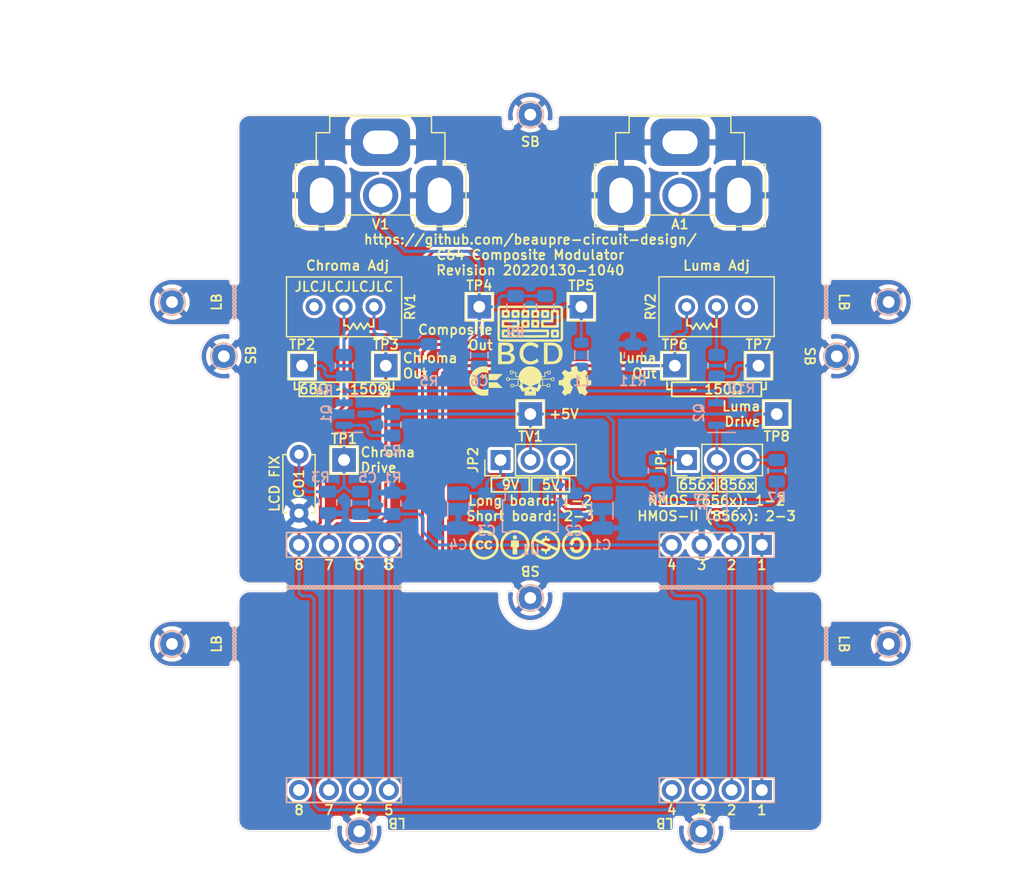
<source format=kicad_pcb>
(kicad_pcb (version 20211014) (generator pcbnew)
  (title_block (title "C64 Composite Modulator") (date "2022-01-30") (rev "0825") (company "Beaupré Circuit Design"))
  (layers (0 "F.Cu" signal) (31 "B.Cu" signal) (34 "B.Paste" user) (35 "F.Paste" user) (36 "B.SilkS" user "B.Silkscreen") (37 "F.SilkS" user "F.Silkscreen") (38 "B.Mask" user) (39 "F.Mask" user) (44 "Edge.Cuts" user))
  (net 0 "")
  (net 1 "AudioIn")
  (net 2 "GND")
  (net 3 "ChromaOut")
  (net 4 "LumaOut")
  (net 5 "+5V")
  (net 6 "ChromaIn")
  (net 7 "CompositeOut")
  (net 8 "LumaIn")
  (net 9 "Net-(JP1-Pad3)")
  (net 10 "Net-(JP1-Pad1)")
  (net 11 "Net-(D1-Pad2)")
  (net 12 "Net-(L1-Pad1)")
  (net 13 "VCC")
  (net 14 "Net-(R10-Pad1)")
  (net 15 "Net-(C3-Pad1)")
  (net 16 "Net-(C6-Pad2)")
  (net 17 "Net-(C5-Pad1)")
  (net 19 "Net-(L1-Pad2)")
  (net 22 "Net-(R4-Pad1)")
  (footprint "TestPoint:TestPoint_THTPad_2.0x2.0mm_Drill1.0mm" (layer "F.Cu") (at 145.1082 91.32795)
    (fp_text reference "TP5")
    (fp_text value "TestPoint")
  )
  (footprint "TestPoint:TestPoint_THTPad_2.0x2.0mm_Drill1.0mm" (layer "F.Cu") (at 136.4558 91.32795)
    (fp_text reference "TP4")
    (fp_text value "TestPoint")
  )
  (footprint "TestPoint:TestPoint_THTPad_2.0x2.0mm_Drill1.0mm" (layer "F.Cu") (at 128.522 96.32795 180)
    (fp_text reference "TP3")
    (fp_text value "TestPoint")
  )
  (footprint "Potentiometer_THT:Potentiometer_Bourns_3296W_Vertical" (layer "F.Cu") (at 154.042 91.32795 180)
    (fp_text reference "RV2")
    (fp_text value "500Ω")
  )
  (footprint "CUI_Devices:RCJ-014" (layer "F.Cu") (at 128.082 75.92445 -90)
    (fp_text reference "V1")
    (fp_text value "Conn_Coaxial")
  )
  (footprint "Potentiometer_THT:Potentiometer_Bourns_3296W_Vertical" (layer "F.Cu") (at 127.522 91.32795)
    (fp_text reference "RV1")
    (fp_text value "1KΩ")
  )
  (footprint "Connector_PinHeader_2.54mm:PinHeader_1x03_P2.54mm_Vertical" (layer "F.Cu") (at 154.067 104.32795 90)
    (fp_text reference "JP1")
    (fp_text value "Jumper_3_Open")
  )
  (footprint "CUI_Devices:RCJ-013" (layer "F.Cu") (at 153.482001 75.92445 -90)
    (fp_text reference "A1")
    (fp_text value "Conn_Coaxial")
  )
  (footprint "TestPoint:TestPoint_THTPad_2.0x2.0mm_Drill1.0mm" (layer "F.Cu") (at 124.982 104.32795 180)
    (fp_text reference "TP1")
    (fp_text value "TestPoint")
  )
  (footprint "TestPoint:TestPoint_THTPad_2.0x2.0mm_Drill1.0mm" (layer "F.Cu") (at 121.422 96.32795 180)
    (fp_text reference "TP2")
    (fp_text value "TestPoint")
  )
  (footprint "TestPoint:TestPoint_THTPad_2.0x2.0mm_Drill1.0mm" (layer "F.Cu") (at 160.142 96.32795 180)
    (fp_text reference "TP7")
    (fp_text value "TestPoint")
  )
  (footprint "TestPoint:TestPoint_THTPad_2.0x2.0mm_Drill1.0mm" (layer "F.Cu") (at 153.042 96.32795 180)
    (fp_text reference "TP6")
    (fp_text value "TestPoint")
  )
  (footprint "Capacitor_THT:C_Disc_D4.7mm_W2.5mm_P5.00mm" (layer "F.Cu") (at 121.162 103.84045 -90)
    (fp_text reference "CO1")
    (fp_text value "330pF")
  )
  (footprint "BeaupreCircuitDesign:ChickenLips_2.5mm" (layer "F.Cu") (at 137.023645 97.62654)
    (fp_text reference "G2" hide)
    (fp_text value "ChickenLips" hide)
  )
  (footprint "C64 Composite Modulator:Modulator to Long-Board support" (layer "F.Cu") (at 140.782 105.42795 180)
    (fp_text reference "CLB1" hide)
    (fp_text value "Modulator_Board_To_Long_Board" hide)
  )
  (footprint "Creative_Common:CreativeCommons_Attribution_2.5mm" (layer "F.Cu") (at 139.47584 111.526893)
    (fp_text reference "G6" hide)
    (fp_text value "CreativeCommons_Attribution" hide)
  )
  (footprint "Creative_Common:CreativeCommons_NonCommercial_2.5mm" (layer "F.Cu") (at 142.088672 111.526893)
    (fp_text reference "G7" hide)
    (fp_text value "CreativeCommons_NonCommercial" hide)
  )
  (footprint "TestPoint:TestPoint_THTPad_2.0x2.0mm_Drill1.0mm" (layer "F.Cu") (at 140.782 100.42795)
    (fp_text reference "TV1")
    (fp_text value "TestPoint")
  )
  (footprint "BeaupreCircuitDesign:Skull_2.5mm" (layer "F.Cu") (at 140.781571 97.62795)
    (fp_text reference "G4" hide)
    (fp_text value "Skull" hide)
  )
  (footprint "C64 Composite Modulator:Modulator to Short-Board support" (layer "F.Cu") (at 140.782 104.92795 180)
    (fp_text reference "CSB1" hide)
    (fp_text value "Modulator_Board_To_Short_Board" hide)
  )
  (footprint "BeaupreCircuitDesign:BCD_Logo_5mm" (layer "F.Cu") (at 140.782 93.72795)
    (fp_text reference "G1" hide)
    (fp_text value "BCD_Logo" hide)
  )
  (footprint "TestPoint:TestPoint_THTPad_2.0x2.0mm_Drill1.0mm" (layer "F.Cu") (at 161.687 100.42795)
    (fp_text reference "TP8")
    (fp_text value "TestPoint")
  )
  (footprint "Creative_Common:CreativeCommons_ShareAlike_2.5mm" (layer "F.Cu") (at 144.702884 111.528281)
    (fp_text reference "G8" hide)
    (fp_text value "CreativeCommons_ShareAlike" hide)
  )
  (footprint "Connector_PinHeader_2.54mm:PinHeader_1x03_P2.54mm_Vertical" (layer "F.Cu") (at 138.257 104.32795 90)
    (fp_text reference "JP2")
    (fp_text value "Jumper_3_Open")
  )
  (footprint "BeaupreCircuitDesign:Open_Source_Hardware_2.5mm" (layer "F.Cu") (at 144.562106 97.627284)
    (fp_text reference "G3" hide)
    (fp_text value "OpenSource_Hardware" hide)
  )
  (footprint "Creative_Common:CreativeCommons_2.5mm" (layer "F.Cu") (at 136.860526 111.528329)
    (fp_text reference "G5" hide)
    (fp_text value "CreativeCommons" hide)
  )
  (footprint "Resistor_SMD:R_0805_2012Metric" (layer "B.Cu") (at 139.523266 91.32795 -90)
    (fp_text reference "R9")
    (fp_text value "150Ω")
  )
  (footprint "Resistor_SMD:R_0805_2012Metric" (layer "B.Cu") (at 161.687 105.24045 -90)
    (fp_text reference "R7")
    (fp_text value "1KΩ")
  )
  (footprint "Resistor_SMD:R_0805_2012Metric" (layer "B.Cu") (at 129.072 108.00295 -90)
    (fp_text reference "R1")
    (fp_text value "1KΩ")
  )
  (footprint "Capacitor_SMD:C_0805_2012Metric" (layer "B.Cu") (at 136.4558 95.43545 -90)
    (fp_text reference "C6")
    (fp_text value "68pF")
  )
  (footprint "Resistor_SMD:R_0805_2012Metric" (layer "B.Cu") (at 132.1895 95.41545 -90)
    (fp_text reference "R5")
    (fp_text value "220Ω")
  )
  (footprint "Resistor_SMD:R_0805_2012Metric" (layer "B.Cu") (at 149.4995 95.41545 -90)
    (fp_text reference "R11")
    (fp_text value "150Ω")
  )
  (footprint "Package_TO_SOT_SMD:SOT-89-3" (layer "B.Cu") (at 140.782 108.79795 -90)
    (fp_text reference "U1")
    (fp_text value "78L05G-AB3-R")
  )
  (footprint "Capacitor_SMD:C_0805_2012Metric" (layer "B.Cu") (at 126.348666 107.96545 -90)
    (fp_text reference "C5")
    (fp_text value "330pF")
  )
  (footprint "Package_TO_SOT_SMD:SOT-23" (layer "B.Cu") (at 125.9195 100.42795)
    (fp_text reference "Q1")
    (fp_text value "BC847C")
  )
  (footprint "Package_TO_SOT_SMD:SOT-23" (layer "B.Cu") (at 157.5295 100.42795)
    (fp_text reference "Q2")
    (fp_text value "BC847C")
  )
  (footprint "Diode_SMD:D_SOD-323F" (layer "B.Cu") (at 156.592 107.84795 90)
    (fp_text reference "D1")
    (fp_text value "1N4148WS" hide)
  )
  (footprint "Resistor_SMD:R_0805_2012Metric" (layer "B.Cu") (at 142.040732 91.32795 -90)
    (fp_text reference "R8")
    (fp_text value "150Ω")
  )
  (footprint "Resistor_SMD:R_0805_2012Metric" (layer "B.Cu") (at 129.072 101.34045 -90)
    (fp_text reference "R2")
    (fp_text value "3K3Ω")
  )
  (footprint "Resistor_SMD:R_0805_2012Metric" (layer "B.Cu") (at 151.527 105.24045 -90)
    (fp_text reference "R6")
    (fp_text value "470Ω")
  )
  (footprint "Resistor_SMD:R_0805_2012Metric" (layer "B.Cu") (at 156.592 96.32795 -90)
    (fp_text reference "R10")
    (fp_text value "75Ω")
  )
  (footprint "Inductor_SMD:L_0805_2012Metric" (layer "B.Cu") (at 145.1082 95.43545 -90)
    (fp_text reference "L1")
    (fp_text value "10uH")
  )
  (footprint "Resistor_SMD:R_0805_2012Metric" (layer "B.Cu") (at 124.982 96.32795 -90)
    (fp_text reference "R4")
    (fp_text value "68Ω")
  )
  (footprint "Capacitor_SMD:C_1206_3216Metric" (layer "B.Cu") (at 134.682 108.62295 -90)
    (fp_text reference "C4")
    (fp_text value "10uF")
  )
  (footprint "Resistor_SMD:R_0805_2012Metric" (layer "B.Cu") (at 123.625333 107.92795 -90)
    (fp_text reference "R3")
    (fp_text value "5K6Ω")
  )
  (footprint "Capacitor_SMD:C_1206_3216Metric" (layer "B.Cu") (at 146.882 108.62295 -90)
    (fp_text reference "C1")
    (fp_text value "10uF")
  )
  (footprint "Capacitor_SMD:C_0805_2012Metric" (layer "B.Cu") (at 144.482 108.09795 -90)
    (fp_text reference "C2")
    (fp_text value "33nF")
  )
  (footprint "Capacitor_SMD:C_0805_2012Metric" (layer "B.Cu") (at 137.082 108.09795 -90)
    (fp_text reference "C3")
    (fp_text value "100nF")
  )
  (gr_circle (center 115.682 121.21367) (end 115.732 121.21367) (layer "B.SilkS") (width 0.1524) (fill none))
  (gr_circle (center 115.682 118.96366) (end 115.732 118.96366) (layer "B.SilkS") (width 0.1524) (fill none))
  (gr_circle (center 115.682 120.24938) (end 115.732 120.24938) (layer "B.SilkS") (width 0.1524) (fill none))
  (gr_circle (center 115.682 120.57081) (end 115.732 120.57081) (layer "B.SilkS") (width 0.1524) (fill none))
  (gr_circle (center 165.882 118.64223) (end 165.932 118.64223) (layer "B.SilkS") (width 0.1524) (fill none))
  (gr_circle (center 165.882 119.92795) (end 165.932 119.92795) (layer "B.SilkS") (width 0.1524) (fill none))
  (gr_circle (center 115.682 119.28509) (end 115.732 119.28509) (layer "B.SilkS") (width 0.1524) (fill none))
  (gr_circle (center 115.682 119.60652) (end 115.732 119.60652) (layer "B.SilkS") (width 0.1524) (fill none))
  (gr_circle (center 165.882 120.57081) (end 165.932 120.57081) (layer "B.SilkS") (width 0.1524) (fill none))
  (gr_circle (center 165.882 121.21367) (end 165.932 121.21367) (layer "B.SilkS") (width 0.1524) (fill none))
  (gr_circle (center 165.882 120.24938) (end 165.932 120.24938) (layer "B.SilkS") (width 0.1524) (fill none))
  (gr_circle (center 115.682 118.64223) (end 115.732 118.64223) (layer "B.SilkS") (width 0.1524) (fill none))
  (gr_circle (center 115.682 119.92795) (end 115.732 119.92795) (layer "B.SilkS") (width 0.1524) (fill none))
  (gr_circle (center 165.882 119.60652) (end 165.932 119.60652) (layer "B.SilkS") (width 0.1524) (fill none))
  (gr_circle (center 165.882 119.28509) (end 165.932 119.28509) (layer "B.SilkS") (width 0.1524) (fill none))
  (gr_circle (center 165.882 118.96366) (end 165.932 118.96366) (layer "B.SilkS") (width 0.1524) (fill none))
  (gr_circle (center 165.882 120.89224) (end 165.932 120.89224) (layer "B.SilkS") (width 0.1524) (fill none))
  (gr_circle (center 115.682 120.89224) (end 115.732 120.89224) (layer "B.SilkS") (width 0.1524) (fill none))
  (gr_circle (center 124.830258 115.127949) (end 124.880258 115.127949) (layer "B.SilkS") (width 0.1524) (fill none))
  (gr_circle (center 126.347573 115.127949) (end 126.397573 115.127949) (layer "B.SilkS") (width 0.1524) (fill none))
  (gr_circle (center 125.740647 115.127949) (end 125.790647 115.127949) (layer "B.SilkS") (width 0.1524) (fill none))
  (gr_circle (center 120.278313 115.127949) (end 120.328313 115.127949) (layer "B.SilkS") (width 0.1524) (fill none))
  (gr_circle (center 121.188702 115.127949) (end 121.238702 115.127949) (layer "B.SilkS") (width 0.1524) (fill none))
  (gr_circle (center 129.382203 115.127949) (end 129.432203 115.127949) (layer "B.SilkS") (width 0.1524) (fill none))
  (gr_circle (center 121.795628 115.127949) (end 121.845628 115.127949) (layer "B.SilkS") (width 0.1524) (fill none))
  (gr_circle (center 122.402554 115.127949) (end 122.452554 115.127949) (layer "B.SilkS") (width 0.1524) (fill none))
  (gr_circle (center 125.437184 115.127949) (end 125.487184 115.127949) (layer "B.SilkS") (width 0.1524) (fill none))
  (gr_circle (center 128.168351 115.127949) (end 128.218351 115.127949) (layer "B.SilkS") (width 0.1524) (fill none))
  (gr_circle (center 123.616406 115.127949) (end 123.666406 115.127949) (layer "B.SilkS") (width 0.1524) (fill none))
  (gr_circle (center 124.526795 115.127949) (end 124.576795 115.127949) (layer "B.SilkS") (width 0.1524) (fill none))
  (gr_circle (center 126.04411 115.127949) (end 126.09411 115.127949) (layer "B.SilkS") (width 0.1524) (fill none))
  (gr_circle (center 122.706017 115.127949) (end 122.756017 115.127949) (layer "B.SilkS") (width 0.1524) (fill none))
  (gr_circle (center 121.492165 115.127949) (end 121.542165 115.127949) (layer "B.SilkS") (width 0.1524) (fill none))
  (gr_circle (center 129.685666 115.127949) (end 129.735666 115.127949) (layer "B.SilkS") (width 0.1524) (fill none))
  (gr_circle (center 123.919869 115.127949) (end 123.969869 115.127949) (layer "B.SilkS") (width 0.1524) (fill none))
  (gr_circle (center 123.312943 115.127949) (end 123.362943 115.127949) (layer "B.SilkS") (width 0.1524) (fill none))
  (gr_circle (center 127.864888 115.127949) (end 127.914888 115.127949) (layer "B.SilkS") (width 0.1524) (fill none))
  (gr_circle (center 126.954499 115.127949) (end 127.004499 115.127949) (layer "B.SilkS") (width 0.1524) (fill none))
  (gr_circle (center 129.07874 115.127949) (end 129.12874 115.127949) (layer "B.SilkS") (width 0.1524) (fill none))
  (gr_circle (center 126.651036 115.127949) (end 126.701036 115.127949) (layer "B.SilkS") (width 0.1524) (fill none))
  (gr_circle (center 127.257962 115.127949) (end 127.307962 115.127949) (layer "B.SilkS") (width 0.1524) (fill none))
  (gr_circle (center 120.885239 115.127949) (end 120.935239 115.127949) (layer "B.SilkS") (width 0.1524) (fill none))
  (gr_circle (center 122.099091 115.127949) (end 122.149091 115.127949) (layer "B.SilkS") (width 0.1524) (fill none))
  (gr_circle (center 125.133721 115.127949) (end 125.183721 115.127949) (layer "B.SilkS") (width 0.1524) (fill none))
  (gr_circle (center 123.00948 115.127949) (end 123.05948 115.127949) (layer "B.SilkS") (width 0.1524) (fill none))
  (gr_circle (center 120.581776 115.127949) (end 120.631776 115.127949) (layer "B.SilkS") (width 0.1524) (fill none))
  (gr_circle (center 124.223332 115.127949) (end 124.273332 115.127949) (layer "B.SilkS") (width 0.1524) (fill none))
  (gr_circle (center 128.775277 115.127949) (end 128.825277 115.127949) (layer "B.SilkS") (width 0.1524) (fill none))
  (gr_circle (center 128.471814 115.127949) (end 128.521814 115.127949) (layer "B.SilkS") (width 0.1524) (fill none))
  (gr_circle (center 127.561425 115.127949) (end 127.611425 115.127949) (layer "B.SilkS") (width 0.1524) (fill none))
  (gr_circle (center 165.882 90.92795) (end 165.932 90.92795) (layer "B.SilkS") (width 0.1524) (fill none))
  (gr_circle (center 165.882 89.96366) (end 165.932 89.96366) (layer "B.SilkS") (width 0.1524) (fill none))
  (gr_circle (center 165.882 91.24938) (end 165.932 91.24938) (layer "B.SilkS") (width 0.1524) (fill none))
  (gr_circle (center 165.882 92.21367) (end 165.932 92.21367) (layer "B.SilkS") (width 0.1524) (fill none))
  (gr_circle (center 165.882 91.57081) (end 165.932 91.57081) (layer "B.SilkS") (width 0.1524) (fill none))
  (gr_circle (center 165.882 91.89224) (end 165.932 91.89224) (layer "B.SilkS") (width 0.1524) (fill none))
  (gr_circle (center 165.882 90.28509) (end 165.932 90.28509) (layer "B.SilkS") (width 0.1524) (fill none))
  (gr_circle (center 165.882 90.60652) (end 165.932 90.60652) (layer "B.SilkS") (width 0.1524) (fill none))
  (gr_circle (center 165.882 89.64223) (end 165.932 89.64223) (layer "B.SilkS") (width 0.1524) (fill none))
  (gr_circle (center 115.682 91.89224) (end 115.732 91.89224) (layer "B.SilkS") (width 0.1524) (fill none))
  (gr_circle (center 115.682 90.92795) (end 115.732 90.92795) (layer "B.SilkS") (width 0.1524) (fill none))
  (gr_circle (center 115.682 91.24938) (end 115.732 91.24938) (layer "B.SilkS") (width 0.1524) (fill none))
  (gr_circle (center 115.682 89.64223) (end 115.732 89.64223) (layer "B.SilkS") (width 0.1524) (fill none))
  (gr_circle (center 115.682 91.57081) (end 115.732 91.57081) (layer "B.SilkS") (width 0.1524) (fill none))
  (gr_circle (center 115.682 92.21367) (end 115.732 92.21367) (layer "B.SilkS") (width 0.1524) (fill none))
  (gr_circle (center 115.682 89.96366) (end 115.732 89.96366) (layer "B.SilkS") (width 0.1524) (fill none))
  (gr_circle (center 115.682 90.28509) (end 115.732 90.28509) (layer "B.SilkS") (width 0.1524) (fill none))
  (gr_circle (center 115.682 90.60652) (end 115.732 90.60652) (layer "B.SilkS") (width 0.1524) (fill none))
  (gr_circle (center 152.485239 115.12795) (end 152.535239 115.12795) (layer "B.SilkS") (width 0.1524) (fill none))
  (gr_circle (center 158.251036 115.12795) (end 158.301036 115.12795) (layer "B.SilkS") (width 0.1524) (fill none))
  (gr_circle (center 155.823332 115.12795) (end 155.873332 115.12795) (layer "B.SilkS") (width 0.1524) (fill none))
  (gr_circle (center 159.464888 115.12795) (end 159.514888 115.12795) (layer "B.SilkS") (width 0.1524) (fill none))
  (gr_circle (center 153.699091 115.12795) (end 153.749091 115.12795) (layer "B.SilkS") (width 0.1524) (fill none))
  (gr_circle (center 156.430258 115.12795) (end 156.480258 115.12795) (layer "B.SilkS") (width 0.1524) (fill none))
  (gr_circle (center 158.554499 115.12795) (end 158.604499 115.12795) (layer "B.SilkS") (width 0.1524) (fill none))
  (gr_circle (center 155.519869 115.12795) (end 155.569869 115.12795) (layer "B.SilkS") (width 0.1524) (fill none))
  (gr_circle (center 154.60948 115.12795) (end 154.65948 115.12795) (layer "B.SilkS") (width 0.1524) (fill none))
  (gr_circle (center 157.64411 115.12795) (end 157.69411 115.12795) (layer "B.SilkS") (width 0.1524) (fill none))
  (gr_circle (center 157.340647 115.12795) (end 157.390647 115.12795) (layer "B.SilkS") (width 0.1524) (fill none))
  (gr_circle (center 156.126795 115.12795) (end 156.176795 115.12795) (layer "B.SilkS") (width 0.1524) (fill none))
  (gr_circle (center 159.161425 115.12795) (end 159.211425 115.12795) (layer "B.SilkS") (width 0.1524) (fill none))
  (gr_circle (center 153.395628 115.12795) (end 153.445628 115.12795) (layer "B.SilkS") (width 0.1524) (fill none))
  (gr_circle (center 154.002554 115.12795) (end 154.052554 115.12795) (layer "B.SilkS") (width 0.1524) (fill none))
  (gr_circle (center 152.788702 115.12795) (end 152.838702 115.12795) (layer "B.SilkS") (width 0.1524) (fill none))
  (gr_circle (center 152.181776 115.12795) (end 152.231776 115.12795) (layer "B.SilkS") (width 0.1524) (fill none))
  (gr_circle (center 154.912943 115.12795) (end 154.962943 115.12795) (layer "B.SilkS") (width 0.1524) (fill none))
  (gr_circle (center 160.67874 115.12795) (end 160.72874 115.12795) (layer "B.SilkS") (width 0.1524) (fill none))
  (gr_circle (center 156.733721 115.12795) (end 156.783721 115.12795) (layer "B.SilkS") (width 0.1524) (fill none))
  (gr_circle (center 153.092165 115.12795) (end 153.142165 115.12795) (layer "B.SilkS") (width 0.1524) (fill none))
  (gr_circle (center 159.768351 115.12795) (end 159.818351 115.12795) (layer "B.SilkS") (width 0.1524) (fill none))
  (gr_circle (center 161.285666 115.12795) (end 161.335666 115.12795) (layer "B.SilkS") (width 0.1524) (fill none))
  (gr_circle (center 160.982203 115.12795) (end 161.032203 115.12795) (layer "B.SilkS") (width 0.1524) (fill none))
  (gr_circle (center 160.071814 115.12795) (end 160.121814 115.12795) (layer "B.SilkS") (width 0.1524) (fill none))
  (gr_circle (center 157.947573 115.12795) (end 157.997573 115.12795) (layer "B.SilkS") (width 0.1524) (fill none))
  (gr_circle (center 158.857962 115.12795) (end 158.907962 115.12795) (layer "B.SilkS") (width 0.1524) (fill none))
  (gr_circle (center 151.878313 115.12795) (end 151.928313 115.12795) (layer "B.SilkS") (width 0.1524) (fill none))
  (gr_circle (center 154.306017 115.12795) (end 154.356017 115.12795) (layer "B.SilkS") (width 0.1524) (fill none))
  (gr_circle (center 157.037184 115.12795) (end 157.087184 115.12795) (layer "B.SilkS") (width 0.1524) (fill none))
  (gr_circle (center 160.375277 115.12795) (end 160.425277 115.12795) (layer "B.SilkS") (width 0.1524) (fill none))
  (gr_circle (center 155.216406 115.12795) (end 155.266406 115.12795) (layer "B.SilkS") (width 0.1524) (fill none))
  (gr_circle (center 127.561425 115.127949) (end 127.611425 115.127949) (layer "F.SilkS") (width 0.1524) (fill none))
  (gr_circle (center 128.775277 115.127949) (end 128.825277 115.127949) (layer "F.SilkS") (width 0.1524) (fill none))
  (gr_circle (center 125.437184 115.127949) (end 125.487184 115.127949) (layer "F.SilkS") (width 0.1524) (fill none))
  (gr_circle (center 128.168351 115.127949) (end 128.218351 115.127949) (layer "F.SilkS") (width 0.1524) (fill none))
  (gr_circle (center 123.616406 115.127949) (end 123.666406 115.127949) (layer "F.SilkS") (width 0.1524) (fill none))
  (gr_circle (center 124.526795 115.127949) (end 124.576795 115.127949) (layer "F.SilkS") (width 0.1524) (fill none))
  (gr_circle (center 129.382203 115.127949) (end 129.432203 115.127949) (layer "F.SilkS") (width 0.1524) (fill none))
  (gr_circle (center 124.223332 115.127949) (end 124.273332 115.127949) (layer "F.SilkS") (width 0.1524) (fill none))
  (gr_circle (center 127.257962 115.127949) (end 127.307962 115.127949) (layer "F.SilkS") (width 0.1524) (fill none))
  (gr_circle (center 129.685666 115.127949) (end 129.735666 115.127949) (layer "F.SilkS") (width 0.1524) (fill none))
  (gr_circle (center 124.830258 115.127949) (end 124.880258 115.127949) (layer "F.SilkS") (width 0.1524) (fill none))
  (gr_circle (center 125.133721 115.127949) (end 125.183721 115.127949) (layer "F.SilkS") (width 0.1524) (fill none))
  (gr_circle (center 126.954499 115.127949) (end 127.004499 115.127949) (layer "F.SilkS") (width 0.1524) (fill none))
  (gr_circle (center 123.919869 115.127949) (end 123.969869 115.127949) (layer "F.SilkS") (width 0.1524) (fill none))
  (gr_circle (center 126.651036 115.127949) (end 126.701036 115.127949) (layer "F.SilkS") (width 0.1524) (fill none))
  (gr_circle (center 128.471814 115.127949) (end 128.521814 115.127949) (layer "F.SilkS") (width 0.1524) (fill none))
  (gr_circle (center 126.347573 115.127949) (end 126.397573 115.127949) (layer "F.SilkS") (width 0.1524) (fill none))
  (gr_circle (center 126.04411 115.127949) (end 126.09411 115.127949) (layer "F.SilkS") (width 0.1524) (fill none))
  (gr_circle (center 127.864888 115.127949) (end 127.914888 115.127949) (layer "F.SilkS") (width 0.1524) (fill none))
  (gr_circle (center 129.07874 115.127949) (end 129.12874 115.127949) (layer "F.SilkS") (width 0.1524) (fill none))
  (gr_circle (center 125.740647 115.127949) (end 125.790647 115.127949) (layer "F.SilkS") (width 0.1524) (fill none))
  (gr_circle (center 165.882 120.24938) (end 165.932 120.24938) (layer "F.SilkS") (width 0.1524) (fill none))
  (gr_circle (center 165.882 120.89224) (end 165.932 120.89224) (layer "F.SilkS") (width 0.1524) (fill none))
  (gr_circle (center 165.882 121.21367) (end 165.932 121.21367) (layer "F.SilkS") (width 0.1524) (fill none))
  (gr_circle (center 165.882 119.28509) (end 165.932 119.28509) (layer "F.SilkS") (width 0.1524) (fill none))
  (gr_circle (center 165.882 119.92795) (end 165.932 119.92795) (layer "F.SilkS") (width 0.1524) (fill none))
  (gr_circle (center 165.882 118.64223) (end 165.932 118.64223) (layer "F.SilkS") (width 0.1524) (fill none))
  (gr_circle (center 165.882 119.60652) (end 165.932 119.60652) (layer "F.SilkS") (width 0.1524) (fill none))
  (gr_circle (center 165.882 120.57081) (end 165.932 120.57081) (layer "F.SilkS") (width 0.1524) (fill none))
  (gr_circle (center 165.882 118.96366) (end 165.932 118.96366) (layer "F.SilkS") (width 0.1524) (fill none))
  (gr_circle (center 165.882 91.24938) (end 165.932 91.24938) (layer "F.SilkS") (width 0.1524) (fill none))
  (gr_circle (center 165.882 91.89224) (end 165.932 91.89224) (layer "F.SilkS") (width 0.1524) (fill none))
  (gr_circle (center 165.882 92.21367) (end 165.932 92.21367) (layer "F.SilkS") (width 0.1524) (fill none))
  (gr_circle (center 165.882 89.96366) (end 165.932 89.96366) (layer "F.SilkS") (width 0.1524) (fill none))
  (gr_circle (center 165.882 89.64223) (end 165.932 89.64223) (layer "F.SilkS") (width 0.1524) (fill none))
  (gr_circle (center 165.882 90.28509) (end 165.932 90.28509) (layer "F.SilkS") (width 0.1524) (fill none))
  (gr_circle (center 165.882 91.57081) (end 165.932 91.57081) (layer "F.SilkS") (width 0.1524) (fill none))
  (gr_circle (center 165.882 90.92795) (end 165.932 90.92795) (layer "F.SilkS") (width 0.1524) (fill none))
  (gr_circle (center 165.882 90.60652) (end 165.932 90.60652) (layer "F.SilkS") (width 0.1524) (fill none))
  (gr_circle (center 115.682 90.60652) (end 115.732 90.60652) (layer "F.SilkS") (width 0.1524) (fill none))
  (gr_circle (center 115.682 92.21367) (end 115.732 92.21367) (layer "F.SilkS") (width 0.1524) (fill none))
  (gr_circle (center 115.682 121.21367) (end 115.732 121.21367) (layer "F.SilkS") (width 0.1524) (fill none))
  (gr_circle (center 115.682 118.64223) (end 115.732 118.64223) (layer "F.SilkS") (width 0.1524) (fill none))
  (gr_circle (center 115.682 119.60652) (end 115.732 119.60652) (layer "F.SilkS") (width 0.1524) (fill none))
  (gr_circle (center 115.682 90.28509) (end 115.732 90.28509) (layer "F.SilkS") (width 0.1524) (fill none))
  (gr_circle (center 115.682 120.57081) (end 115.732 120.57081) (layer "F.SilkS") (width 0.1524) (fill none))
  (gr_circle (center 115.682 91.57081) (end 115.732 91.57081) (layer "F.SilkS") (width 0.1524) (fill none))
  (gr_circle (center 115.682 120.89224) (end 115.732 120.89224) (layer "F.SilkS") (width 0.1524) (fill none))
  (gr_circle (center 115.682 120.24938) (end 115.732 120.24938) (layer "F.SilkS") (width 0.1524) (fill none))
  (gr_circle (center 115.682 91.24938) (end 115.732 91.24938) (layer "F.SilkS") (width 0.1524) (fill none))
  (gr_circle (center 115.682 89.96366) (end 115.732 89.96366) (layer "F.SilkS") (width 0.1524) (fill none))
  (gr_circle (center 115.682 89.64223) (end 115.732 89.64223) (layer "F.SilkS") (width 0.1524) (fill none))
  (gr_circle (center 115.682 91.89224) (end 115.732 91.89224) (layer "F.SilkS") (width 0.1524) (fill none))
  (gr_circle (center 115.682 119.28509) (end 115.732 119.28509) (layer "F.SilkS") (width 0.1524) (fill none))
  (gr_circle (center 115.682 119.92795) (end 115.732 119.92795) (layer "F.SilkS") (width 0.1524) (fill none))
  (gr_circle (center 115.682 118.96366) (end 115.732 118.96366) (layer "F.SilkS") (width 0.1524) (fill none))
  (gr_circle (center 115.682 90.92795) (end 115.732 90.92795) (layer "F.SilkS") (width 0.1524) (fill none))
  (gr_circle (center 123.312943 115.127949) (end 123.362943 115.127949) (layer "F.SilkS") (width 0.1524) (fill none))
  (gr_circle (center 120.885239 115.127949) (end 120.935239 115.127949) (layer "F.SilkS") (width 0.1524) (fill none))
  (gr_circle (center 122.706017 115.127949) (end 122.756017 115.127949) (layer "F.SilkS") (width 0.1524) (fill none))
  (gr_circle (center 121.492165 115.127949) (end 121.542165 115.127949) (layer "F.SilkS") (width 0.1524) (fill none))
  (gr_circle (center 120.278313 115.127949) (end 120.328313 115.127949) (layer "F.SilkS") (width 0.1524) (fill none))
  (gr_circle (center 120.581776 115.127949) (end 120.631776 115.127949) (layer "F.SilkS") (width 0.1524) (fill none))
  (gr_circle (center 122.099091 115.127949) (end 122.149091 115.127949) (layer "F.SilkS") (width 0.1524) (fill none))
  (gr_circle (center 123.00948 115.127949) (end 123.05948 115.127949) (layer "F.SilkS") (width 0.1524) (fill none))
  (gr_circle (center 121.188702 115.127949) (end 121.238702 115.127949) (layer "F.SilkS") (width 0.1524) (fill none))
  (gr_circle (center 121.795628 115.127949) (end 121.845628 115.127949) (layer "F.SilkS") (width 0.1524) (fill none))
  (gr_circle (center 122.402554 115.127949) (end 122.452554 115.127949) (layer "F.SilkS") (width 0.1524) (fill none))
  (gr_circle (center 160.67874 115.12795) (end 160.72874 115.12795) (layer "F.SilkS") (width 0.1524) (fill none))
  (gr_circle (center 153.395628 115.12795) (end 153.445628 115.12795) (layer "F.SilkS") (width 0.1524) (fill none))
  (gr_line (start 154.382 92.92795) (end 154.082 92.92795) (layer "F.SilkS") (width 0.1524))
  (gr_circle (center 156.430258 115.12795) (end 156.480258 115.12795) (layer "F.SilkS") (width 0.1524) (fill none))
  (gr_rect (start 153.280701 105.82795) (end 156.494501 107.02795) (layer "F.SilkS") (width 0.1524) (fill none))
  (gr_circle (center 151.878313 115.12795) (end 151.928313 115.12795) (layer "F.SilkS") (width 0.1524) (fill none))
  (gr_line (start 155.482 92.72795) (end 155.782 93.22795) (layer "F.SilkS") (width 0.1524))
  (gr_line (start 154.382 92.92795) (end 154.582 93.22795) (layer "F.SilkS") (width 0.1524))
  (gr_circle (center 159.768351 115.12795) (end 159.818351 115.12795) (layer "F.SilkS") (width 0.1524) (fill none))
  (gr_line (start 160.382 98.32795) (end 160.782 98.32795) (layer "F.SilkS") (width 0.1524))
  (gr_line (start 155.782 93.22795) (end 156.082 92.72795) (layer "F.SilkS") (width 0.1524))
  (gr_line (start 154.582 93.22795) (end 154.882 92.72795) (layer "F.SilkS") (width 0.1524))
  (gr_circle (center 158.857962 115.12795) (end 158.907962 115.12795) (layer "F.SilkS") (width 0.1524) (fill none))
  (gr_line (start 128.782 98.32795) (end 129.182 98.32795) (layer "F.SilkS") (width 0.1524))
  (gr_line (start 125.482 93.22795) (end 125.782 92.72795) (layer "F.SilkS") (width 0.1524))
  (gr_line (start 155.182 93.22795) (end 155.482 92.72795) (layer "F.SilkS") (width 0.1524))
  (gr_line (start 156.082 92.72795) (end 156.282 93.02795) (layer "F.SilkS") (width 0.1524))
  (gr_circle (center 154.002554 115.12795) (end 154.052554 115.12795) (layer "F.SilkS") (width 0.1524) (fill none))
  (gr_rect (start 152.782 97.72795) (end 160.382 98.92795) (layer "F.SilkS") (width 0.1524) (fill none))
  (gr_line (start 127.482 93.02795) (end 127.482 92.42795) (layer "F.SilkS") (width 0.1524))
  (gr_line (start 124.982 92.92795) (end 124.982 92.42795) (layer "F.SilkS") (width 0.1524))
  (gr_circle (center 160.375277 115.12795) (end 160.425277 115.12795) (layer "F.SilkS") (width 0.1524) (fill none))
  (gr_line (start 126.982 92.72795) (end 127.182 93.02795) (layer "F.SilkS") (width 0.1524))
  (gr_line (start 126.682 93.22795) (end 126.982 92.72795) (layer "F.SilkS") (width 0.1524))
  (gr_line (start 125.282 92.92795) (end 125.482 93.22795) (layer "F.SilkS") (width 0.1524))
  (gr_line (start 154.882 92.72795) (end 155.182 93.22795) (layer "F.SilkS") (width 0.1524))
  (gr_circle (center 157.037184 115.12795) (end 157.087184 115.12795) (layer "F.SilkS") (width 0.1524) (fill none))
  (gr_circle (center 157.947573 115.12795) (end 157.997573 115.12795) (layer "F.SilkS") (width 0.1524) (fill none))
  (gr_line (start 126.382 92.72795) (end 126.682 93.22795) (layer "F.SilkS") (width 0.1524))
  (gr_circle (center 152.485239 115.12795) (end 152.535239 115.12795) (layer "F.SilkS") (width 0.1524) (fill none))
  (gr_circle (center 157.64411 115.12795) (end 157.69411 115.12795) (layer "F.SilkS") (width 0.1524) (fill none))
  (gr_line (start 120.782 98.32795) (end 121.182 98.32795) (layer "F.SilkS") (width 0.1524))
  (gr_line (start 120.782 98.32795) (end 120.782 97.72795) (layer "F.SilkS") (width 0.1524))
  (gr_line (start 129.182 98.32795) (end 129.182 97.72795) (layer "F.SilkS") (width 0.1524))
  (gr_circle (center 157.340647 115.12795) (end 157.390647 115.12795) (layer "F.SilkS") (width 0.1524) (fill none))
  (gr_circle (center 155.519869 115.12795) (end 155.569869 115.12795) (layer "F.SilkS") (width 0.1524) (fill none))
  (gr_circle (center 153.092165 115.12795) (end 153.142165 115.12795) (layer "F.SilkS") (width 0.1524) (fill none))
  (gr_line (start 156.282 93.02795) (end 156.582 93.02795) (layer "F.SilkS") (width 0.1524))
  (gr_circle (center 155.823332 115.12795) (end 155.873332 115.12795) (layer "F.SilkS") (width 0.1524) (fill none))
  (gr_circle (center 154.306017 115.12795) (end 154.356017 115.12795) (layer "F.SilkS") (width 0.1524) (fill none))
  (gr_circle (center 154.912943 115.12795) (end 154.962943 115.12795) (layer "F.SilkS") (width 0.1524) (fill none))
  (gr_line (start 125.282 92.92795) (end 124.982 92.92795) (layer "F.SilkS") (width 0.1524))
  (gr_circle (center 160.982203 115.12795) (end 161.032203 115.12795) (layer "F.SilkS") (width 0.1524) (fill none))
  (gr_circle (center 158.251036 115.12795) (end 158.301036 115.12795) (layer "F.SilkS") (width 0.1524) (fill none))
  (gr_circle (center 159.161425 115.12795) (end 159.211425 115.12795) (layer "F.SilkS") (width 0.1524) (fill none))
  (gr_circle (center 156.126795 115.12795) (end 156.176795 115.12795) (layer "F.SilkS") (width 0.1524) (fill none))
  (gr_line (start 125.782 92.72795) (end 126.082 93.22795) (layer "F.SilkS") (width 0.1524))
  (gr_line (start 152.382 98.32795) (end 152.382 97.72795) (layer "F.SilkS") (width 0.1524))
  (gr_line (start 156.582 93.02795) (end 156.582 92.42795) (layer "F.SilkS") (width 0.1524))
  (gr_circle (center 160.071814 115.12795) (end 160.121814 115.12795) (layer "F.SilkS") (width 0.1524) (fill none))
  (gr_line (start 154.082 92.92795) (end 154.082 92.42795) (layer "F.SilkS") (width 0.1524))
  (gr_rect (start 156.707 105.82795) (end 159.9208 107.02795) (layer "F.SilkS") (width 0.1524) (fill none))
  (gr_circle (center 153.699091 115.12795) (end 153.749091 115.12795) (layer "F.SilkS") (width 0.1524) (fill none))
  (gr_circle (center 154.60948 115.12795) (end 154.65948 115.12795) (layer "F.SilkS") (width 0.1524) (fill none))
  (gr_circle (center 155.216406 115.12795) (end 155.266406 115.12795) (layer "F.SilkS") (width 0.1524) (fill none))
  (gr_line (start 152.382 98.32795) (end 152.782 98.32795) (layer "F.SilkS") (width 0.1524))
  (gr_circle (center 159.464888 115.12795) (end 159.514888 115.12795) (layer "F.SilkS") (width 0.1524) (fill none))
  (gr_line (start 160.782 98.32795) (end 160.782 97.72795) (layer "F.SilkS") (width 0.1524))
  (gr_circle (center 156.733721 115.12795) (end 156.783721 115.12795) (layer "F.SilkS") (width 0.1524) (fill none))
  (gr_circle (center 158.554499 115.12795) (end 158.604499 115.12795) (layer "F.SilkS") (width 0.1524) (fill none))
  (gr_rect (start 121.182 97.72795) (end 128.782 98.92795) (layer "F.SilkS") (width 0.1524) (fill none))
  (gr_line (start 127.182 93.02795) (end 127.482 93.02795) (layer "F.SilkS") (width 0.1524))
  (gr_circle (center 152.181776 115.12795) (end 152.231776 115.12795) (layer "F.SilkS") (width 0.1524) (fill none))
  (gr_rect (start 137.4832 105.82795) (end 140.697 107.02795) (layer "F.SilkS") (width 0.1524) (fill none))
  (gr_circle (center 161.285666 115.12795) (end 161.335666 115.12795) (layer "F.SilkS") (width 0.1524) (fill none))
  (gr_line (start 126.082 93.22795) (end 126.382 92.72795) (layer "F.SilkS") (width 0.1524))
  (gr_circle (center 152.788702 115.12795) (end 152.838702 115.12795) (layer "F.SilkS") (width 0.1524) (fill none))
  (gr_rect (start 140.897 105.82795) (end 144.1108 107.02795) (layer "F.SilkS") (width 0.1524) (fill none))
  (gr_line (start 166.182 92.62795) (end 166.182 92.72795) (layer "Edge.Cuts") (width 0.0381))
  (gr_line (start 124.582 134.62795) (end 124.282 134.62795) (layer "Edge.Cuts") (width 0.0381))
  (gr_arc (start 115.382 97.22795) (mid 115.440579 97.086529) (end 115.582 97.02795) (layer "Edge.Cuts") (width 0.0381))
  (gr_line (start 124.782 134.82795) (end 124.782 135.02795) (layer "Edge.Cuts") (width 0.0381))
  (gr_line (start 115.382 118.22795) (end 115.382 118.12795) (layer "Edge.Cuts") (width 0.0381))
  (gr_line (start 138.782 76.22795) (end 139.082 76.22795) (layer "Edge.Cuts") (width 0.0381))
  (gr_arc (start 165.782 94.02795) (mid 165.640579 93.969371) (end 165.582 93.82795) (layer "Edge.Cuts") (width 0.0381))
  (gr_line (start 115.382 93.82795) (end 115.382 93.72795) (layer "Edge.Cuts") (width 0.0381))
  (gr_arc (start 164.582 115.42795) (mid 165.289107 115.720843) (end 165.582 116.42795) (layer "Edge.Cuts") (width 0.0381))
  (gr_line (start 129.882 115.02795) (end 129.882 115.22795) (layer "Edge.Cuts") (width 0.0381))
  (gr_arc (start 128.282 134.62795) (mid 128.494132 134.715818) (end 128.582 134.92795) (layer "Edge.Cuts") (width 0.0381))
  (gr_line (start 165.782 89.42795) (end 165.982 89.42795) (layer "Edge.Cuts") (width 0.0381))
  (gr_arc (start 165.982 92.42795) (mid 166.123421 92.486529) (end 166.182 92.62795) (layer "Edge.Cuts") (width 0.0381))
  (gr_line (start 161.682 115.42795) (end 164.582 115.42795) (layer "Edge.Cuts") (width 0.0381))
  (gr_arc (start 115.582 89.42795) (mid 115.440579 89.369371) (end 115.382 89.22795) (layer "Edge.Cuts") (width 0.0381))
  (gr_line (start 115.382 121.72795) (end 115.382 121.62795) (layer "Edge.Cuts") (width 0.0381))
  (gr_arc (start 165.982 97.02795) (mid 166.123421 97.086529) (end 166.182 97.22795) (layer "Edge.Cuts") (width 0.0381))
  (gr_arc (start 137.982 115.42795) (mid 138.123421 115.486529) (end 138.182 115.62795) (layer "Edge.Cuts") (width 0.0381))
  (gr_line (start 166.182 118.12795) (end 166.182 118.22795) (layer "Edge.Cuts") (width 0.0381))
  (gr_arc (start 142.782 75.42795) (mid 142.723421 75.569371) (end 142.582 75.62795) (layer "Edge.Cuts") (width 0.0381))
  (gr_line (start 157.582 134.92795) (end 157.582 135.52795) (layer "Edge.Cuts") (width 0.0381))
  (gr_arc (start 161.482 115.02795) (mid 161.540579 114.886529) (end 161.682 114.82795) (layer "Edge.Cuts") (width 0.0381))
  (gr_line (start 161.682 114.82795) (end 164.582 114.82795) (layer "Edge.Cuts") (width 0.0381))
  (gr_line (start 119.882 114.82795) (end 116.982 114.82795) (layer "Edge.Cuts") (width 0.0381))
  (gr_line (start 152.682 135.82795) (end 128.882 135.82795) (layer "Edge.Cuts") (width 0.0381))
  (gr_line (start 110.382 88.92795) (end 115.182 88.92795) (layer "Edge.Cuts") (width 0.0381))
  (gr_arc (start 115.982 89.22795) (mid 115.923421 89.369371) (end 115.782 89.42795) (layer "Edge.Cuts") (width 0.0381))
  (gr_line (start 156.782 134.82795) (end 156.782 135.02795) (layer "Edge.Cuts") (width 0.0381))
  (gr_line (start 110.382 92.92795) (end 115.182 92.92795) (layer "Edge.Cuts") (width 0.0381))
  (gr_arc (start 157.882 135.82795) (mid 157.669868 135.740082) (end 157.582 135.52795) (layer "Edge.Cuts") (width 0.0381))
  (gr_line (start 153.282 135.82795) (end 153.282 135.42795) (layer "Edge.Cuts") (width 0.0381))
  (gr_arc (start 157.082 135.22795) (mid 157.223421 135.286529) (end 157.282 135.42795) (layer "Edge.Cuts") (width 0.0381))
  (gr_arc (start 128.882 135.82795) (mid 128.669868 135.740082) (end 128.582 135.52795) (layer "Edge.Cuts") (width 0.0381))
  (gr_line (start 166.182 121.62795) (end 166.182 121.72795) (layer "Edge.Cuts") (width 0.0381))
  (gr_arc (start 142.482 76.22795) (mid 142.340579 76.169371) (end 142.282 76.02795) (layer "Edge.Cuts") (width 0.0381))
  (gr_arc (start 143.382 116.02795) (mid 140.782 118.62795) (end 138.182 116.02795) (layer "Edge.Cuts") (width 0.0381))
  (gr_arc (start 129.882 115.02795) (mid 129.940579 114.886529) (end 130.082 114.82795) (layer "Edge.Cuts") (width 0.0381))
  (gr_line (start 143.382 75.02795) (end 164.582 75.02795) (layer "Edge.Cuts") (width 0.0381))
  (gr_arc (start 115.982 76.02795) (mid 116.274893 75.320843) (end 116.982 75.02795) (layer "Edge.Cuts") (width 0.0381))
  (gr_arc (start 166.382 97.52795) (mid 166.240579 97.469371) (end 166.182 97.32795) (layer "Edge.Cuts") (width 0.0381))
  (gr_arc (start 115.182 93.52795) (mid 115.323421 93.586529) (end 115.382 93.72795) (layer "Edge.Cuts") (width 0.0381))
  (gr_arc (start 138.182 75.02795) (mid 138.394132 75.115818) (end 138.482 75.32795) (layer "Edge.Cuts") (width 0.0381))
  (gr_line (start 142.782 115.62795) (end 142.782 116.02795) (layer "Edge.Cuts") (width 0.0381))
  (gr_line (start 128.282 134.62795) (end 127.982 134.62795) (layer "Edge.Cuts") (width 0.0381))
  (gr_line (start 119.882 115.42795) (end 116.982 115.42795) (layer "Edge.Cuts") (width 0.0381))
  (gr_line (start 142.782 75.42795) (end 142.782 75.02795) (layer "Edge.Cuts") (width 0.0381))
  (gr_line (start 115.382 97.32795) (end 115.382 97.22795) (layer "Edge.Cuts") (width 0.0381))
  (gr_line (start 157.082 135.22795) (end 156.982 135.22795) (layer "Edge.Cuts") (width 0.0381))
  (gr_arc (start 115.382 121.62795) (mid 115.440579 121.486529) (end 115.582 121.42795) (layer "Edge.Cuts") (width 0.0381))
  (gr_line (start 115.982 113.82795) (end 115.982 97.22795) (layer "Edge.Cuts") (width 0.0381))
  (gr_line (start 171.182 121.927941) (end 166.382 121.92795) (layer "Edge.Cuts") (width 0.0381))
  (gr_line (start 171.182 88.92795) (end 166.382 88.92795) (layer "Edge.Cuts") (width 0.0381))
  (gr_line (start 130.082 114.82795) (end 139.082 114.82795) (layer "Edge.Cuts") (width 0.0381))
  (gr_arc (start 165.782 118.42795) (mid 165.640579 118.369371) (end 165.582 118.22795) (layer "Edge.Cuts") (width 0.0381))
  (gr_line (start 164.582 135.827949) (end 157.882 135.82795) (layer "Edge.Cuts") (width 0.0381))
  (gr_arc (start 165.582 97.22795) (mid 165.640579 97.086529) (end 165.782 97.02795) (layer "Edge.Cuts") (width 0.0381))
  (gr_arc (start 110.382 92.92795) (mid 108.382 90.92795) (end 110.382 88.92795) (layer "Edge.Cuts") (width 0.0381))
  (gr_arc (start 124.582 134.62795) (mid 124.723421 134.686529) (end 124.782 134.82795) (layer "Edge.Cuts") (width 0.0381))
  (gr_arc (start 128.082 135.22795) (mid 128.223421 135.286529) (end 128.282 135.42795) (layer "Edge.Cuts") (width 0.0381))
  (gr_arc (start 128.282 135.82795) (mid 126.282 137.82795) (end 124.282 135.82795) (layer "Edge.Cuts") (width 0.0381))
  (gr_arc (start 156.982 135.22795) (mid 156.840579 135.169371) (end 156.782 135.02795) (layer "Edge.Cuts") (width 0.0381))
  (gr_arc (start 115.982 116.42795) (mid 116.274894 115.720844) (end 116.982 115.42795) (layer "Edge.Cuts") (width 0.0381))
  (gr_line (start 115.782 121.42795) (end 115.582 121.42795) (layer "Edge.Cuts") (width 0.0381))
  (gr_arc (start 115.982 93.82795) (mid 115.923421 93.969371) (end 115.782 94.02795) (layer "Edge.Cuts") (width 0.0381))
  (gr_arc (start 142.582 115.42795) (mid 142.723421 115.486529) (end 142.782 115.62795) (layer "Edge.Cuts") (width 0.0381))
  (gr_line (start 143.582 115.42795) (end 151.482 115.42795) (layer "Edge.Cuts") (width 0.0381))
  (gr_line (start 115.782 118.42795) (end 115.582 118.42795) (layer "Edge.Cuts") (width 0.0381))
  (gr_line (start 165.582 89.22795) (end 165.582 76.02795) (layer "Edge.Cuts") (width 0.0381))
  (gr_arc (start 139.082 75.62795) (mid 139.223421 75.686529) (end 139.282 75.82795) (layer "Edge.Cuts") (width 0.0381))
  (gr_arc (start 166.182 89.22795) (mid 166.123421 89.369371) (end 165.982 89.42795) (layer "Edge.Cuts") (width 0.0381))
  (gr_arc (start 171.182 88.92795) (mid 173.182 90.92795) (end 171.182 92.92795) (layer "Edge.Cuts") (width 0.0381))
  (gr_line (start 157.282 134.62795) (end 156.982 134.62795) (layer "Edge.Cuts") (width 0.0381))
  (gr_line (start 165.782 121.42795) (end 165.982 121.42795) (layer "Edge.Cuts") (width 0.0381))
  (gr_line (start 153.582 134.62795) (end 153.282 134.62795) (layer "Edge.Cuts") (width 0.0381))
  (gr_arc (start 139.282 115.22795) (mid 139.223421 115.369371) (end 139.082 115.42795) (layer "Edge.Cuts") (width 0.0381))
  (gr_line (start 128.082 135.22795) (end 127.982 135.22795) (layer "Edge.Cuts") (width 0.0381))
  (gr_line (start 166.782 97.52795) (end 166.382 97.52795) (layer "Edge.Cuts") (width 0.0381))
  (gr_arc (start 115.782 97.02795) (mid 115.923421 97.086529) (end 115.982 97.22795) (layer "Edge.Cuts") (width 0.0381))
  (gr_arc (start 156.782 134.82795) (mid 156.840579 134.686529) (end 156.982 134.62795) (layer "Edge.Cuts") (width 0.0381))
  (gr_line (start 166.782 93.52795) (end 166.382 93.52795) (layer "Edge.Cuts") (width 0.0381))
  (gr_arc (start 165.982 121.42795) (mid 166.123421 121.486529) (end 166.182 121.62795) (layer "Edge.Cuts") (width 0.0381))
  (gr_line (start 142.482 76.22795) (end 142.782 76.22795) (layer "Edge.Cuts") (width 0.0381))
  (gr_arc (start 151.682 115.22795) (mid 151.623421 115.369371) (end 151.482 115.42795) (layer "Edge.Cuts") (width 0.0381))
  (gr_arc (start 143.382 115.62795) (mid 143.440579 115.486529) (end 143.582 115.42795) (layer "Edge.Cuts") (width 0.0381))
  (gr_line (start 128.282 135.42795) (end 128.282 135.82795) (layer "Edge.Cuts") (width 0.0381))
  (gr_arc (start 166.182 118.22795) (mid 166.123421 118.369371) (end 165.982 118.42795) (layer "Edge.Cuts") (width 0.0381))
  (gr_arc (start 115.782 92.42795) (mid 115.923421 92.486529) (end 115.982 92.62795) (layer "Edge.Cuts") (width 0.0381))
  (gr_line (start 142.282 76.02795) (end 142.282 75.82795) (layer "Edge.Cuts") (width 0.0381))
  (gr_line (start 115.382 89.22795) (end 115.382 89.12795) (layer "Edge.Cuts") (width 0.0381))
  (gr_line (start 153.582 135.22795) (end 153.482 135.22795) (layer "Edge.Cuts") (width 0.0381))
  (gr_arc (start 152.982 134.92795) (mid 153.069868 134.715818) (end 153.282 134.62795) (layer "Edge.Cuts") (width 0.0381))
  (gr_line (start 116.982 135.82795) (end 123.682 135.82795) (layer "Edge.Cuts") (width 0.0381))
  (gr_arc (start 127.782 134.82795) (mid 127.840579 134.686529) (end 127.982 134.62795) (layer "Edge.Cuts") (width 0.0381))
  (gr_arc (start 115.382 97.32795) (mid 115.323421 97.469371) (end 115.182 97.52795) (layer "Edge.Cuts") (width 0.0381))
  (gr_line (start 116.982 75.02795) (end 138.182 75.02795) (layer "Edge.Cuts") (width 0.0381))
  (gr_line (start 138.782 75.02795) (end 138.782 75.42795) (layer "Edge.Cuts") (width 0.0381))
  (gr_arc (start 123.982 135.52795) (mid 123.894132 135.740082) (end 123.682 135.82795) (layer "Edge.Cuts") (width 0.0381))
  (gr_line (start 127.782 134.82795) (end 127.782 135.02795) (layer "Edge.Cuts") (width 0.0381))
  (gr_arc (start 120.082 115.22795) (mid 120.023421 115.369371) (end 119.882 115.42795) (layer "Edge.Cuts") (width 0.0381))
  (gr_line (start 143.082 75.32795) (end 143.082 75.62795) (layer "Edge.Cuts") (width 0.0381))
  (gr_arc (start 115.182 117.92795) (mid 115.323421 117.986529) (end 115.382 118.12795) (layer "Edge.Cuts") (width 0.0381))
  (gr_arc (start 166.782 93.52795) (mid 168.782 95.52795) (end 166.782 97.52795) (layer "Edge.Cuts") (width 0.0381))
  (gr_arc (start 138.782 75.02795) (mid 140.782 73.02795) (end 142.782 75.02795) (layer "Edge.Cuts") (width 0.0381))
  (gr_line (start 142.582 115.42795) (end 142.482 115.42795) (layer "Edge.Cuts") (width 0.0381))
  (gr_arc (start 143.082 75.92795) (mid 142.994132 76.140082) (end 142.782 76.22795) (layer "Edge.Cuts") (width 0.0381))
  (gr_line (start 115.782 92.42795) (end 115.582 92.42795) (layer "Edge.Cuts") (width 0.0381))
  (gr_arc (start 142.482 115.42795) (mid 142.340579 115.369371) (end 142.282 115.22795) (layer "Edge.Cuts") (width 0.0381))
  (gr_line (start 142.282 115.02795) (end 142.282 115.22795) (layer "Edge.Cuts") (width 0.0381))
  (gr_line (start 138.782 115.62795) (end 138.782 116.02795) (layer "Edge.Cuts") (width 0.0381))
  (gr_line (start 115.782 94.02795) (end 115.582 94.02795) (layer "Edge.Cuts") (width 0.0381))
  (gr_arc (start 165.582 92.62795) (mid 165.640579 92.486529) (end 165.782 92.42795) (layer "Edge.Cuts") (width 0.0381))
  (gr_line (start 166.182 93.72795) (end 166.182 93.82795) (layer "Edge.Cuts") (width 0.0381))
  (gr_arc (start 157.282 135.82795) (mid 155.282 137.82795) (end 153.282 135.82795) (layer "Edge.Cuts") (width 0.0381))
  (gr_line (start 165.782 118.42795) (end 165.982 118.42795) (layer "Edge.Cuts") (width 0.0381))
  (gr_arc (start 139.282 76.02795) (mid 139.223421 76.169371) (end 139.082 76.22795) (layer "Edge.Cuts") (width 0.0381))
  (gr_arc (start 142.782 116.02795) (mid 140.782 118.02795) (end 138.782 116.02795) (layer "Edge.Cuts") (width 0.0381))
  (gr_arc (start 166.182 93.72795) (mid 166.240579 93.586529) (end 166.382 93.52795) (layer "Edge.Cuts") (width 0.0381))
  (gr_arc (start 119.882 114.82795) (mid 120.023421 114.886529) (end 120.082 115.02795) (layer "Edge.Cuts") (width 0.0381))
  (gr_line (start 115.982 89.22795) (end 115.982 76.02795) (layer "Edge.Cuts") (width 0.0381))
  (gr_arc (start 142.282 115.02795) (mid 142.340579 114.886529) (end 142.482 114.82795) (layer "Edge.Cuts") (width 0.0381))
  (gr_line (start 138.982 75.62795) (end 139.082 75.62795) (layer "Edge.Cuts") (width 0.0381))
  (gr_line (start 130.082 115.42795) (end 137.982 115.42795) (layer "Edge.Cuts") (width 0.0381))
  (gr_arc (start 166.182 118.12795) (mid 166.240579 117.986529) (end 166.382 117.92795) (layer "Edge.Cuts") (width 0.0381))
  (gr_arc (start 130.082 115.42795) (mid 129.940579 115.369371) (end 129.882 115.22795) (layer "Edge.Cuts") (width 0.0381))
  (gr_arc (start 115.382 92.62795) (mid 115.440579 92.486529) (end 115.582 92.42795) (layer "Edge.Cuts") (width 0.0381))
  (gr_arc (start 123.982 134.92795) (mid 124.069868 134.715818) (end 124.282 134.62795) (layer "Edge.Cuts") (width 0.0381))
  (gr_line (start 124.582 135.22795) (end 124.482 135.22795) (layer "Edge.Cuts") (width 0.0381))
  (gr_line (start 165.582 116.42795) (end 165.582 118.22795) (layer "Edge.Cuts") (width 0.0381))
  (gr_line (start 115.782 97.02795) (end 115.582 97.02795) (layer "Edge.Cuts") (width 0.0381))
  (gr_arc (start 124.282 135.42795) (mid 124.340579 135.286529) (end 124.482 135.22795) (layer "Edge.Cuts") (width 0.0381))
  (gr_line (start 152.982 134.92795) (end 152.982 135.52795) (layer "Edge.Cuts") (width 0.0381))
  (gr_arc (start 165.782 89.42795) (mid 165.640579 89.369371) (end 165.582 89.22795) (layer "Edge.Cuts") (width 0.0381))
  (gr_line (start 115.382 92.72795) (end 115.382 92.62795) (layer "Edge.Cuts") (width 0.0381))
  (gr_arc (start 115.382 92.72795) (mid 115.323421 92.869371) (end 115.182 92.92795) (layer "Edge.Cuts") (width 0.0381))
  (gr_arc (start 115.182 88.92795) (mid 115.323421 88.986529) (end 115.382 89.12795) (layer "Edge.Cuts") (width 0.0381))
  (gr_line (start 166.182 97.22795) (end 166.182 97.32795) (layer "Edge.Cuts") (width 0.0381))
  (gr_line (start 110.382 117.92795) (end 115.182 117.92795) (layer "Edge.Cuts") (width 0.0381))
  (gr_line (start 115.982 121.62795) (end 115.982 134.82795) (layer "Edge.Cuts") (width 0.0381))
  (gr_line (start 143.082 75.92795) (end 143.082 75.62795) (layer "Edge.Cuts") (width 0.0381))
  (gr_arc (start 166.182 89.12795) (mid 166.240579 88.986529) (end 166.382 88.92795) (layer "Edge.Cuts") (width 0.0381))
  (gr_arc (start 164.582 75.02795) (mid 165.289107 75.320843) (end 165.582 76.02795) (layer "Edge.Cuts") (width 0.0381))
  (gr_arc (start 115.782 121.42795) (mid 115.923421 121.486529) (end 115.982 121.62795) (layer "Edge.Cuts") (width 0.0381))
  (gr_line (start 139.082 115.42795) (end 138.982 115.42795) (layer "Edge.Cuts") (width 0.0381))
  (gr_line (start 114.782 97.52795) (end 115.182 97.52795) (layer "Edge.Cuts") (width 0.0381))
  (gr_arc (start 139.082 114.82795) (mid 139.223421 114.886529) (end 139.282 115.02795) (layer "Edge.Cuts") (width 0.0381))
  (gr_arc (start 115.582 118.42795) (mid 115.440579 118.369371) (end 115.382 118.22795) (layer "Edge.Cuts") (width 0.0381))
  (gr_line (start 142.482 75.62795) (end 142.582 75.62795) (layer "Edge.Cuts") (width 0.0381))
  (gr_line (start 139.282 115.02795) (end 139.282 115.22795) (layer "Edge.Cuts") (width 0.0381))
  (gr_line (start 124.282 135.82795) (end 124.282 135.42795) (layer "Edge.Cuts") (width 0.0381))
  (gr_line (start 138.482 75.32795) (end 138.482 75.92795) (layer "Edge.Cuts") (width 0.0381))
  (gr_arc (start 138.782 76.22795) (mid 138.569868 76.140082) (end 138.482 75.92795) (layer "Edge.Cuts") (width 0.0381))
  (gr_arc (start 138.782 115.62795) (mid 138.840579 115.486529) (end 138.982 115.42795) (layer "Edge.Cuts") (width 0.0381))
  (gr_line (start 165.782 92.42795) (end 165.982 92.42795) (layer "Edge.Cuts") (width 0.0381))
  (gr_line (start 110.382 121.92795) (end 115.182 121.92795) (layer "Edge.Cuts") (width 0.0381))
  (gr_arc (start 151.482 114.82795) (mid 151.623421 114.886529) (end 151.682 115.02795) (layer "Edge.Cuts") (width 0.0381))
  (gr_line (start 165.782 97.02795) (end 165.982 97.02795) (layer "Edge.Cuts") (width 0.0381))
  (gr_arc (start 142.282 75.82795) (mid 142.340579 75.686529) (end 142.482 75.62795) (layer "Edge.Cuts") (width 0.0381))
  (gr_line (start 165.582 121.62795) (end 165.582 134.82795) (layer "Edge.Cuts") (width 0.0381))
  (gr_arc (start 166.182 93.82795) (mid 166.123421 93.969371) (end 165.982 94.02795) (layer "Edge.Cuts") (width 0.0381))
  (gr_line (start 114.782 93.52795) (end 115.182 93.52795) (layer "Edge.Cuts") (width 0.0381))
  (gr_arc (start 157.282 134.62795) (mid 157.494132 134.715818) (end 157.582 134.92795) (layer "Edge.Cuts") (width 0.0381))
  (gr_arc (start 165.582 113.82795) (mid 165.289107 114.535057) (end 164.582 114.82795) (layer "Edge.Cuts") (width 0.0381))
  (gr_arc (start 115.982 118.22795) (mid 115.923421 118.369371) (end 115.782 118.42795) (layer "Edge.Cuts") (width 0.0381))
  (gr_line (start 115.782 89.42795) (end 115.582 89.42795) (layer "Edge.Cuts") (width 0.0381))
  (gr_line (start 157.282 135.82795) (end 157.282 135.42795) (layer "Edge.Cuts") (width 0.0381))
  (gr_line (start 138.182 116.02795) (end 138.182 115.62795) (layer "Edge.Cuts") (width 0.0381))
  (gr_arc (start 115.382 121.72795) (mid 115.323421 121.869371) (end 115.182 121.92795) (layer "Edge.Cuts") (width 0.0381))
  (gr_line (start 123.982 134.92795) (end 123.982 135.52795) (layer "Edge.Cuts") (width 0.0381))
  (gr_arc (start 152.982 135.52795) (mid 152.894132 135.740082) (end 152.682 135.82795) (layer "Edge.Cuts") (width 0.0381))
  (gr_arc (start 153.582 134.62795) (mid 153.723421 134.686529) (end 153.782 134.82795) (layer "Edge.Cuts") (width 0.0381))
  (gr_line (start 165.582 92.62795) (end 165.582 93.82795) (layer "Edge.Cuts") (width 0.0381))
  (gr_line (start 165.782 94.02795) (end 165.982 94.02795) (layer "Edge.Cuts") (width 0.0381))
  (gr_arc (start 116.982 114.82795) (mid 116.274893 114.535057) (end 115.982 113.82795) (layer "Edge.Cuts") (width 0.0381))
  (gr_line (start 166.182 89.12795) (end 166.182 89.22795) (layer "Edge.Cuts") (width 0.0381))
  (gr_arc (start 114.782 97.52795) (mid 112.782 95.52795) (end 114.782 93.52795) (layer "Edge.Cuts") (width 0.0381))
  (gr_arc (start 115.582 94.02795) (mid 115.440579 93.969371) (end 115.382 93.82795) (layer "Edge.Cuts") (width 0.0381))
  (gr_arc (start 124.782 135.02795) (mid 124.723421 135.169371) (end 124.582 135.22795) (layer "Edge.Cuts") (width 0.0381))
  (gr_line (start 115.982 93.82795) (end 115.982 92.62795) (layer "Edge.Cuts") (width 0.0381))
  (gr_arc (start 166.382 92.92795) (mid 166.240579 92.869371) (end 166.182 92.72795) (layer "Edge.Cuts") (width 0.0381))
  (gr_arc (start 165.582 134.827949) (mid 165.289107 135.535056) (end 164.582 135.827949) (layer "Edge.Cuts") (width 0.0381))
  (gr_line (start 151.682 115.02795) (end 151.682 115.22795) (layer "Edge.Cuts") (width 0.0381))
  (gr_arc (start 171.182 117.92795) (mid 173.182 119.92795) (end 171.182 121.92795) (layer "Edge.Cuts") (width 0.0381))
  (gr_arc (start 161.682 115.42795) (mid 161.540579 115.369371) (end 161.482 115.22795) (layer "Edge.Cuts") (width 0.0381))
  (gr_line (start 128.582 134.92795) (end 128.582 135.52795) (layer "Edge.Cuts") (width 0.0381))
  (gr_line (start 161.482 115.02795) (end 161.482 115.22795) (layer "Edge.Cuts") (width 0.0381))
  (gr_line (start 171.182 92.92795) (end 166.382 92.92795) (layer "Edge.Cuts") (width 0.0381))
  (gr_arc (start 166.382 121.92795) (mid 166.240579 121.869371) (end 166.182 121.72795) (layer "Edge.Cuts") (width 0.0381))
  (gr_line (start 143.382 116.02795) (end 143.382 115.62795) (layer "Edge.Cuts") (width 0.0381))
  (gr_arc (start 127.982 135.22795) (mid 127.840579 135.169371) (end 127.782 135.02795) (layer "Edge.Cuts") (width 0.0381))
  (gr_line (start 120.082 115.02795) (end 120.082 115.22795) (layer "Edge.Cuts") (width 0.0381))
  (gr_line (start 153.782 134.82795) (end 153.782 135.02795) (layer "Edge.Cuts") (width 0.0381))
  (gr_arc (start 138.982 75.62795) (mid 138.840579 75.569371) (end 138.782 75.42795) (layer "Edge.Cuts") (width 0.0381))
  (gr_arc (start 110.382 121.92795) (mid 108.382 119.92795) (end 110.382 117.92795) (layer "Edge.Cuts") (width 0.0381))
  (gr_arc (start 143.082 75.32795) (mid 143.169868 75.115818) (end 143.382 75.02795) (layer "Edge.Cuts") (width 0.0381))
  (gr_arc (start 153.782 135.02795) (mid 153.723421 135.169371) (end 153.582 135.22795) (layer "Edge.Cuts") (width 0.0381))
  (gr_arc (start 153.282 135.42795) (mid 153.340579 135.286529) (end 153.482 135.22795) (layer "Edge.Cuts") (width 0.0381))
  (gr_line (start 139.282 76.02795) (end 139.282 75.82795) (layer "Edge.Cuts") (width 0.0381))
  (gr_line (start 171.182 117.92795) (end 166.382 117.92795) (layer "Edge.Cuts") (width 0.0381))
  (gr_arc (start 165.582 121.62795) (mid 165.640579 121.486529) (end 165.782 121.42795) (layer "Edge.Cuts") (width 0.0381))
  (gr_line (start 115.982 118.22795) (end 115.982 116.42795) (layer "Edge.Cuts") (width 0.0381))
  (gr_line (start 142.482 114.82795) (end 151.482 114.82795) (layer "Edge.Cuts") (width 0.0381))
  (gr_line (start 165.582 113.82795) (end 165.582 97.22795) (layer "Edge.Cuts") (width 0.0381))
  (gr_arc (start 116.982 135.82795) (mid 116.274893 135.535057) (end 115.982 134.82795) (layer "Edge.Cuts") (width 0.0381))
  (gr_text "5V" (at 142.5039 106.42795) (layer "F.SilkS") (effects (font (size 0.8128 0.8128) (thickness 0.1524))))
  (gr_text "9V" (at 139.0901 106.42795) (layer "F.SilkS") (effects (font (size 0.8128 0.8128) (thickness 0.1524))))
  (gr_text "Composite\nOut" (at 137.682 93.92795) (layer "F.SilkS") (effects (font (size 0.8128 0.8128) (thickness 0.1524)) (justify right)))
  (gr_text "Luma Adj" (at 156.582 87.82795) (layer "F.SilkS") (effects (font (size 0.8128 0.8128) (thickness 0.1524))))
  (gr_text "Chroma Adj" (at 125.282 87.82795) (layer "F.SilkS") (effects (font (size 0.8128 0.8128) (thickness 0.1524))))
  (gr_text "656x" (at 154.887601 106.42795) (layer "F.SilkS") (effects (font (size 0.8128 0.8128) (thickness 0.1524))))
  (gr_text "856x" (at 158.3139 106.42795) (layer "F.SilkS") (effects (font (size 0.8128 0.8128) (thickness 0.1524))))
  (gr_text "Luma\nOut" (at 151.582 96.32795) (layer "F.SilkS") (effects (font (size 0.8128 0.8128) (thickness 0.1524)) (justify right)))
  (gr_text "Chroma\nDrive" (at 126.297 104.32795) (layer "F.SilkS") (effects (font (size 0.8128 0.8128) (thickness 0.1524)) (justify left)))
  (gr_text "Chroma\nOut" (at 129.882 96.32795) (layer "F.SilkS") (effects (font (size 0.8128 0.8128) (thickness 0.1524)) (justify left)))
  (gr_text "68Ω ~ 150Ω" (at 124.972 98.32795) (layer "F.SilkS") (effects (font (size 0.8128 0.8128) (thickness 0.1524))))
  (gr_text "Luma\nDrive" (at 160.382 100.42795) (layer "F.SilkS") (effects (font (size 0.8128 0.8128) (thickness 0.1524)) (justify right)))
  (gr_text "LB" (at 167.39296 119.927946 270) (layer "F.SilkS") (effects (font (size 0.8128 0.8128) (thickness 0.1524))))
  (gr_text "SB" (at 117.082 95.42795 90) (layer "F.SilkS") (effects (font (size 0.8128 0.8128) (thickness 0.1524))))
  (gr_text "NMOS (656x): 1-2\nHMOS-II (856x): 2-3" (at 156.582 108.42795) (layer "F.SilkS") (effects (font (size 0.8128 0.8128) (thickness 0.1524))))
  (gr_text "Long board: 1-2\nShort board: 2-3" (at 140.771999 108.42795) (layer "F.SilkS") (effects (font (size 0.8128 0.8128) (thickness 0.1524))))
  (gr_text "LB" (at 129.482 135.12795 180) (layer "F.SilkS") (effects (font (size 0.8128 0.8128) (thickness 0.1524))))
  (gr_text "~ 150Ω" (at 156.572 98.32795) (layer "F.SilkS") (effects (font (size 0.8128 0.8128) (thickness 0.1524))))
  (gr_text "SB" (at 140.782001 113.72795 180) (layer "F.SilkS") (effects (font (size 0.8128 0.8128) (thickness 0.1524))))
  (gr_text "+5V" (at 142.296998 100.42795) (layer "F.SilkS") (effects (font (size 0.8128 0.8128) (thickness 0.1524)) (justify left)))
  (gr_text "LB" (at 114.17105 90.927938 90) (layer "F.SilkS") (effects (font (size 0.8128 0.8128) (thickness 0.1524))))
  (gr_text "LCD FIX" (at 119.082 106.34045 90) (layer "F.SilkS") (effects (font (size 0.8128 0.8128) (thickness 0.1524))))
  (gr_text "SB" (at 164.482 95.52795 270) (layer "F.SilkS") (effects (font (size 0.8128 0.8128) (thickness 0.1524))))
  (gr_text "LB" (at 167.39296 90.927938 270) (layer "F.SilkS") (effects (font (size 0.8128 0.8128) (thickness 0.1524))))
  (gr_text "JLCJLCJLCJLC" (at 124.972 89.62795) (layer "F.SilkS") (effects (font (size 0.8128 0.8128) (thickness 0.1524))))
  (gr_text "https://github.com/beaupre-circuit-design/\nC64 Composite Modulator\nRevision 20220130-1040" (at 140.782 86.92795) (layer "F.SilkS") (effects (font (size 0.8128 0.8128) (thickness 0.1524))))
  (gr_text "SB" (at 140.782 77.32795) (layer "F.SilkS") (effects (font (size 0.8128 0.8128) (thickness 0.1524))))
  (gr_text "LB" (at 114.17105 119.927949 90) (layer "F.SilkS") (effects (font (size 0.8128 0.8128) (thickness 0.1524))))
  (gr_text "LB" (at 152.182 135.12795 180) (layer "F.SilkS") (effects (font (size 0.8128 0.8128) (thickness 0.1524))))
  (segment (start 122.971999 109.637951) (end 122.971999 100.937951) (width 0.254) (layer "F.Cu") (net 1))
  (segment (start 131.848899 92.961051) (end 131.848899 87.361051) (width 0.254) (layer "F.Cu") (net 1))
  (segment (start 122.971999 100.937951) (end 123.582001 100.327949) (width 0.254) (layer "F.Cu") (net 1))
  (segment (start 124.971999 99.737951) (end 124.971999 94.12795) (width 0.254) (layer "F.Cu") (net 1))
  (segment (start 151.533751 86.576199) (end 153.482001 84.627949) (width 0.254) (layer "F.Cu") (net 1))
  (segment (start 125.412 93.687949) (end 131.122001 93.687949) (width 0.254) (layer "F.Cu") (net 1))
  (segment (start 121.162 110.54795) (end 121.482 110.22795) (width 0.254) (layer "F.Cu") (net 1))
  (segment (start 121.162 111.52795) (end 121.162 110.54795) (width 0.254) (layer "F.Cu") (net 1))
  (segment (start 121.482 110.22795) (end 122.382 110.22795) (width 0.254) (layer "F.Cu") (net 1))
  (segment (start 122.382 110.22795) (end 122.971999 109.637951) (width 0.254) (layer "F.Cu") (net 1))
  (segment (start 131.122001 93.687949) (end 131.848899 92.961051) (width 0.254) (layer "F.Cu") (net 1))
  (segment (start 124.971999 94.12795) (end 125.412 93.687949) (width 0.254) (layer "F.Cu") (net 1))
  (segment (start 131.848899 87.361051) (end 132.583751 86.626199) (width 0.254) (layer "F.Cu") (net 1))
  (segment (start 153.482001 81.87445) (end 153.482001 84.627949) (width 0.254) (layer "F.Cu") (net 1))
  (segment (start 123.582001 100.327949) (end 124.382001 100.327949) (width 0.254) (layer "F.Cu") (net 1))
  (segment (start 124.382001 100.327949) (end 124.971999 99.737951) (width 0.254) (layer "F.Cu") (net 1))
  (segment (start 132.583751 86.626199) (end 151.533751 86.626199) (width 0.254) (layer "F.Cu") (net 1))
  (segment (start 122.431999 116.127949) (end 122.431999 133.577949) (width 0.254) (layer "B.Cu") (net 1))
  (segment (start 121.162 115.60795) (end 121.402 115.84795) (width 0.254) (layer "B.Cu") (net 1))
  (segment (start 121.162 111.52795) (end 121.162 115.60795) (width 0.254) (layer "B.Cu") (net 1))
  (segment (start 121.402 115.84795) (end 122.152 115.84795) (width 0.254) (layer "B.Cu") (net 1))
  (segment (start 122.152 115.84795) (end 122.431999 116.127949) (width 0.254) (layer "B.Cu") (net 1))
  (segment (start 122.431999 133.577949) (end 122.856999 134.002949) (width 0.254) (layer "B.Cu") (net 1))
  (segment (start 152.42575 134.002949) (end 152.782 133.646699) (width 0.254) (layer "B.Cu") (net 1))
  (segment (start 152.782 133.646699) (end 152.782 132.32795) (width 0.254) (layer "B.Cu") (net 1))
  (segment (start 122.856999 134.002949) (end 152.42575 134.002949) (width 0.254) (layer "B.Cu") (net 1))
  (segment (start 128.522 109.08795) (end 128.522 96.32795) (width 0.254) (layer "F.Cu") (net 3))
  (segment (start 127.882 109.72795) (end 128.522 109.08795) (width 0.254) (layer "F.Cu") (net 3))
  (segment (start 123.702 110.40795) (end 124.382 109.72795) (width 0.254) (layer "F.Cu") (net 3))
  (segment (start 123.702 111.52795) (end 123.702 110.40795) (width 0.254) (layer "F.Cu") (net 3))
  (segment (start 124.382 109.72795) (end 127.882 109.72795) (width 0.254) (layer "F.Cu") (net 3))
  (segment (start 127.522 93.437949) (end 127.772 93.687949) (width 0.254) (layer "B.Cu") (net 3))
  (segment (start 128.522 93.96795) (end 128.522 93.937949) (width 0.254) (layer "B.Cu") (net 3))
  (segment (start 128.522 96.32795) (end 128.522 93.96795) (width 0.254) (layer "B.Cu") (net 3))
  (segment (start 128.522 93.937949) (end 128.272 93.687949) (width 0.254) (layer "B.Cu") (net 3))
  (segment (start 132.1895 94.50295) (end 129.057 94.50295) (width 0.254) (layer "B.Cu") (net 3))
  (segment (start 128.272 93.687949) (end 127.772 93.687949) (width 0.254) (layer "B.Cu") (net 3))
  (segment (start 129.057 94.50295) (end 128.522 93.96795) (width 0.254) (layer "B.Cu") (net 3))
  (segment (start 123.702 132.32795) (end 123.702 111.52795) (width 0.254) (layer "B.Cu") (net 3))
  (segment (start 127.522 91.32795) (end 127.522 93.437949) (width 0.254) (layer "B.Cu") (net 3))
  (segment (start 126.682 113.12795) (end 132.582 113.12795) (width 0.254) (layer "F.Cu") (net 4))
  (segment (start 126.242 112.68795) (end 126.682 113.12795) (width 0.254) (layer "F.Cu") (net 4))
  (segment (start 133.345199 112.364751) (end 133.345199 96.964751) (width 0.254) (layer "F.Cu") (net 4))
  (segment (start 132.582 113.12795) (end 133.345199 112.364751) (width 0.254) (layer "F.Cu") (net 4))
  (segment (start 133.345199 96.964751) (end 133.982 96.32795) (width 0.254) (layer "F.Cu") (net 4))
  (segment (start 126.242 111.52795) (end 126.242 112.68795) (width 0.254) (layer "F.Cu") (net 4))
  (segment (start 133.982 96.32795) (end 153.042 96.32795) (width 0.254) (layer "F.Cu") (net 4))
  (segment (start 154.042 93.437949) (end 153.792 93.687949) (width 0.254) (layer "B.Cu") (net 4))
  (segment (start 149.4995 96.32795) (end 153.042 96.32795) (width 0.254) (layer "B.Cu") (net 4))
  (segment (start 153.042 96.32795) (end 153.042 93.937949) (width 0.254) (layer "B.Cu") (net 4))
  (segment (start 153.042 93.937949) (end 153.292 93.687949) (width 0.254) (layer "B.Cu") (net 4))
  (segment (start 153.292 93.687949) (end 153.792 93.687949) (width 0.254) (layer "B.Cu") (net 4))
  (segment (start 154.042 91.32795) (end 154.042 93.437949) (width 0.254) (layer "B.Cu") (net 4))
  (segment (start 126.242 132.32795) (end 126.242 111.52795) (width 0.254) (layer "B.Cu") (net 4))
  (segment (start 129.072 100.42795) (end 140.782 100.42795) (width 0.254) (layer "B.Cu") (net 5))
  (segment (start 140.797 104.32795) (end 140.797 100.44295) (width 0.254) (layer "B.Cu") (net 5))
  (segment (start 151.527 106.15295) (end 151.527 107.57295) (width 0.254) (layer "B.Cu") (net 5))
  (segment (start 147.082 100.42795) (end 158.467 100.42795) (width 0.254) (layer "B.Cu") (net 5))
  (segment (start 161.182 107.92795) (end 161.687 107.42295) (width 0.254) (layer "B.Cu") (net 5))
  (segment (start 140.782 100.42795) (end 147.082 100.42795) (width 0.254) (layer "B.Cu") (net 5))
  (segment (start 151.527 106.15295) (end 148.307 106.15295) (width 0.254) (layer "B.Cu") (net 5))
  (segment (start 126.857 100.42795) (end 129.072 100.42795) (width 0.254) (layer "B.Cu") (net 5))
  (segment (start 151.527 107.57295) (end 151.882 107.92795) (width 0.254) (layer "B.Cu") (net 5))
  (segment (start 151.882 107.92795) (end 161.182 107.92795) (width 0.254) (layer "B.Cu") (net 5))
  (segment (start 147.841999 105.687949) (end 147.841999 101.087949) (width 0.254) (layer "B.Cu") (net 5))
  (segment (start 148.307 106.15295) (end 147.841999 105.687949) (width 0.254) (layer "B.Cu") (net 5))
  (segment (start 147.841999 101.087949) (end 147.182 100.42795) (width 0.254) (layer "B.Cu") (net 5))
  (segment (start 161.687 107.42295) (end 161.687 106.15295) (width 0.254) (layer "B.Cu") (net 5))
  (segment (start 152.782 111.52795) (end 132.782 111.52795) (width 0.254) (layer "B.Cu") (net 6))
  (segment (start 155.322 116.16795) (end 155.322 132.32795) (width 0.254) (layer "B.Cu") (net 6))
  (segment (start 132.782 111.52795) (end 131.682 110.42795) (width 0.254) (layer "B.Cu") (net 6))
  (segment (start 153.102 115.84795) (end 155.002 115.84795) (width 0.254) (layer "B.Cu") (net 6))
  (segment (start 152.782 115.52795) (end 153.102 115.84795) (width 0.254) (layer "B.Cu") (net 6))
  (segment (start 131.682 110.42795) (end 131.682 109.22795) (width 0.254) (layer "B.Cu") (net 6))
  (segment (start 152.782 111.52795) (end 152.782 115.52795) (width 0.254) (layer "B.Cu") (net 6))
  (segment (start 155.002 115.84795) (end 155.322 116.16795) (width 0.254) (layer "B.Cu") (net 6))
  (segment (start 131.682 109.22795) (end 131.3695 108.91545) (width 0.254) (layer "B.Cu") (net 6))
  (segment (start 131.3695 108.91545) (end 129.072 108.91545) (width 0.254) (layer "B.Cu") (net 6))
  (segment (start 126.348666 108.91545) (end 129.072 108.91545) (width 0.254) (layer "B.Cu") (net 6))
  (segment (start 131.632599 95.177351) (end 132.282 94.52795) (width 0.254) (layer "F.Cu") (net 7))
  (segment (start 128.782 111.52795) (end 130.982 111.52795) (width 0.254) (layer "F.Cu") (net 7))
  (segment (start 130.982 111.52795) (end 131.632599 110.877351) (width 0.254) (layer "F.Cu") (net 7))
  (segment (start 132.282 94.52795) (end 135.382 94.52795) (width 0.254) (layer "F.Cu") (net 7))
  (segment (start 136.4558 93.45415) (end 136.4558 91.32795) (width 0.254) (layer "F.Cu") (net 7))
  (segment (start 135.382 94.52795) (end 136.4558 93.45415) (width 0.254) (layer "F.Cu") (net 7))
  (segment (start 131.632599 110.877351) (end 131.632599 95.177351) (width 0.254) (layer "F.Cu") (net 7))
  (segment (start 128.082 84.5012) (end 128.082 81.87445) (width 0.254) (layer "B.Cu") (net 7))
  (segment (start 130.156999 86.626199) (end 135.532 86.626199) (width 0.254) (layer "B.Cu") (net 7))
  (segment (start 128.082 84.5012) (end 130.156999 86.576199) (width 0.254) (layer "B.Cu") (net 7))
  (segment (start 136.4558 94.48545) (end 136.4558 91.32795) (width 0.254) (layer "B.Cu") (net 7))
  (segment (start 138.139532 90.6217) (end 138.139532 91.1217) (width 0.254) (layer "B.Cu") (net 7))
  (segment (start 128.782 132.32795) (end 128.782 111.52795) (width 0.254) (layer "B.Cu") (net 7))
  (segment (start 137.933282 91.32795) (end 138.139532 91.1217) (width 0.254) (layer "B.Cu") (net 7))
  (segment (start 136.4558 91.32795) (end 137.933282 91.32795) (width 0.254) (layer "B.Cu") (net 7))
  (segment (start 136.4558 87.549999) (end 136.4558 91.32795) (width 0.254) (layer "B.Cu") (net 7))
  (segment (start 138.345782 90.41545) (end 138.139532 90.6217) (width 0.254) (layer "B.Cu") (net 7))
  (segment (start 139.523266 90.41545) (end 138.345782 90.41545) (width 0.254) (layer "B.Cu") (net 7))
  (segment (start 139.523266 90.41545) (end 142.040732 90.41545) (width 0.254) (layer "B.Cu") (net 7))
  (segment (start 135.532 86.626199) (end 136.4558 87.549999) (width 0.254) (layer "B.Cu") (net 7))
  (segment (start 157.862 132.32795) (end 157.862 111.52795) (width 0.254) (layer "B.Cu") (net 8))
  (segment (start 157.862 111.52795) (end 157.862 110.20795) (width 0.254) (layer "B.Cu") (net 8))
  (segment (start 156.592 109.73795) (end 156.592 108.94795) (width 0.254) (layer "B.Cu") (net 8))
  (segment (start 157.591999 109.937949) (end 156.791999 109.937949) (width 0.254) (layer "B.Cu") (net 8))
  (segment (start 156.791999 109.937949) (end 156.592 109.73795) (width 0.254) (layer "B.Cu") (net 8))
  (segment (start 157.862 110.20795) (end 157.591999 109.937949) (width 0.254) (layer "B.Cu") (net 8))
  (segment (start 161.687 104.32795) (end 159.147 104.32795) (width 0.254) (layer "B.Cu") (net 9))
  (segment (start 151.527 104.32795) (end 154.067 104.32795) (width 0.254) (layer "B.Cu") (net 10))
  (segment (start 159.968249 100.42795) (end 159.818249 100.57795) (width 0.254) (layer "B.Cu") (net 11))
  (segment (start 156.607 104.32795) (end 156.607 106.73295) (width 0.254) (layer "B.Cu") (net 11))
  (segment (start 159.632 101.37795) (end 156.592 101.37795) (width 0.254) (layer "B.Cu") (net 11))
  (segment (start 159.818249 100.57795) (end 159.818249 101.191701) (width 0.254) (layer "B.Cu") (net 11))
  (segment (start 156.607 101.39295) (end 156.607 104.32795) (width 0.254) (layer "B.Cu") (net 11))
  (segment (start 161.687 100.42795) (end 159.968249 100.42795) (width 0.254) (layer "B.Cu") (net 11))
  (segment (start 159.818249 101.191701) (end 159.632 101.37795) (width 0.254) (layer "B.Cu") (net 11))
  (segment (start 143.218215 92.24045) (end 143.424465 92.0342) (width 0.254) (layer "B.Cu") (net 12))
  (segment (start 145.1082 91.32795) (end 143.630715 91.32795) (width 0.254) (layer "B.Cu") (net 12))
  (segment (start 143.630715 91.32795) (end 143.424465 91.5342) (width 0.254) (layer "B.Cu") (net 12))
  (segment (start 145.1082 94.37295) (end 145.1082 91.32795) (width 0.254) (layer "B.Cu") (net 12))
  (segment (start 143.424465 92.0342) (end 143.424465 91.5342) (width 0.254) (layer "B.Cu") (net 12))
  (segment (start 142.040732 92.24045) (end 143.218215 92.24045) (width 0.254) (layer "B.Cu") (net 12))
  (segment (start 160.422 111.52795) (end 160.422 109.16795) (width 0.254) (layer "F.Cu") (net 13))
  (segment (start 143.882 108.52795) (end 143.337 107.98295) (width 0.254) (layer "F.Cu") (net 13))
  (segment (start 143.337 107.98295) (end 143.337 104.32795) (width 0.254) (layer "F.Cu") (net 13))
  (segment (start 159.782 108.52795) (end 143.882 108.52795) (width 0.254) (layer "F.Cu") (net 13))
  (segment (start 160.422 109.16795) (end 159.782 108.52795) (width 0.254) (layer "F.Cu") (net 13))
  (segment (start 143.337 104.32795) (end 143.337 105.590449) (width 0.254) (layer "B.Cu") (net 13))
  (segment (start 146.882 107.14795) (end 144.482 107.14795) (width 0.254) (layer "B.Cu") (net 13))
  (segment (start 144.482 107.14795) (end 144.482 106.235449) (width 0.254) (layer "B.Cu") (net 13))
  (segment (start 160.422 132.32795) (end 160.422 111.52795) (width 0.254) (layer "B.Cu") (net 13))
  (segment (start 142.282 107.14795) (end 144.482 107.14795) (width 0.254) (layer "B.Cu") (net 13))
  (segment (start 144.482 106.235449) (end 144.1595 105.912949) (width 0.254) (layer "B.Cu") (net 13))
  (segment (start 144.1595 105.912949) (end 143.6595 105.912949) (width 0.254) (layer "B.Cu") (net 13))
  (segment (start 143.337 105.590449) (end 143.6595 105.912949) (width 0.254) (layer "B.Cu") (net 13))
  (segment (start 156.582 95.40545) (end 156.582 91.32795) (width 0.254) (layer "B.Cu") (net 14))
  (segment (start 137.082 106.250449) (end 137.4195 105.912949) (width 0.254) (layer "B.Cu") (net 15))
  (segment (start 138.257 105.575449) (end 137.9195 105.912949) (width 0.254) (layer "B.Cu") (net 15))
  (segment (start 137.082 107.14795) (end 139.282 107.14795) (width 0.254) (layer "B.Cu") (net 15))
  (segment (start 134.682 107.14795) (end 137.082 107.14795) (width 0.254) (layer "B.Cu") (net 15))
  (segment (start 137.4195 105.912949) (end 137.9195 105.912949) (width 0.254) (layer "B.Cu") (net 15))
  (segment (start 138.257 104.32795) (end 138.257 105.575449) (width 0.254) (layer "B.Cu") (net 15))
  (segment (start 137.082 107.14795) (end 137.082 106.250449) (width 0.254) (layer "B.Cu") (net 15))
  (segment (start 124.982 97.24045) (end 124.982 98.17795) (width 0.254) (layer "B.Cu") (net 16))
  (segment (start 124.982 98.17795) (end 125.269499 98.465449) (width 0.254) (layer "B.Cu") (net 16))
  (segment (start 123.351999 96.62795) (end 123.351999 97.02795) (width 0.254) (layer "B.Cu") (net 16))
  (segment (start 125.269499 98.465449) (end 135.944501 98.465449) (width 0.254) (layer "B.Cu") (net 16))
  (segment (start 123.051999 96.32795) (end 123.351999 96.62795) (width 0.254) (layer "B.Cu") (net 16))
  (segment (start 124.982 99.47795) (end 124.982 98.82795) (width 0.254) (layer "B.Cu") (net 16))
  (segment (start 124.982 98.82795) (end 125.344501 98.465449) (width 0.254) (layer "B.Cu") (net 16))
  (segment (start 135.944501 98.465449) (end 136.4558 97.95415) (width 0.254) (layer "B.Cu") (net 16))
  (segment (start 136.4558 97.95415) (end 136.4558 96.38545) (width 0.254) (layer "B.Cu") (net 16))
  (segment (start 121.422 96.32795) (end 123.051999 96.32795) (width 0.254) (layer "B.Cu") (net 16))
  (segment (start 124.982 97.24045) (end 123.564499 97.24045) (width 0.254) (layer "B.Cu") (net 16))
  (segment (start 123.564499 97.24045) (end 123.351999 97.02795) (width 0.254) (layer "B.Cu") (net 16))
  (segment (start 126.982 102.00295) (end 127.232 102.25295) (width 0.254) (layer "B.Cu") (net 17))
  (segment (start 123.625333 107.01545) (end 121.8695 107.01545) (width 0.254) (layer "B.Cu") (net 17))
  (segment (start 126.982 101.62795) (end 126.982 102.00295) (width 0.254) (layer "B.Cu") (net 17))
  (segment (start 124.982 101.37795) (end 124.982 104.32795) (width 0.254) (layer "B.Cu") (net 17))
  (segment (start 127.232 102.25295) (end 129.072 102.25295) (width 0.254) (layer "B.Cu") (net 17))
  (segment (start 124.982 106.52795) (end 124.4945 107.01545) (width 0.254) (layer "B.Cu") (net 17))
  (segment (start 125.4695 107.01545) (end 124.982 106.52795) (width 0.254) (layer "B.Cu") (net 17))
  (segment (start 126.732 101.37795) (end 126.982 101.62795) (width 0.254) (layer "B.Cu") (net 17))
  (segment (start 124.982 101.37795) (end 126.732 101.37795) (width 0.254) (layer "B.Cu") (net 17))
  (segment (start 121.8695 107.01545) (end 121.162 106.30795) (width 0.254) (layer "B.Cu") (net 17))
  (segment (start 124.4945 107.01545) (end 123.625333 107.01545) (width 0.254) (layer "B.Cu") (net 17))
  (segment (start 126.348666 107.01545) (end 125.4695 107.01545) (width 0.254) (layer "B.Cu") (net 17))
  (segment (start 124.982 104.32795) (end 124.982 106.52795) (width 0.254) (layer "B.Cu") (net 17))
  (segment (start 121.162 106.30795) (end 121.162 103.84045) (width 0.254) (layer "B.Cu") (net 17))
  (segment (start 160.142 96.32795) (end 158.423249 96.32795) (width 0.254) (layer "B.Cu") (net 19))
  (segment (start 145.1082 96.49795) (end 145.1082 98.191649) (width 0.254) (layer "B.Cu") (net 19))
  (segment (start 145.1082 98.191649) (end 145.382 98.465449) (width 0.254) (layer "B.Cu") (net 19))
  (segment (start 145.382 98.465449) (end 156.344501 98.465449) (width 0.254) (layer "B.Cu") (net 19))
  (segment (start 158.010749 97.24045) (end 158.216999 97.0342) (width 0.254) (layer "B.Cu") (net 19))
  (segment (start 158.216999 97.0342) (end 158.216999 96.5342) (width 0.254) (layer "B.Cu") (net 19))
  (segment (start 156.592 98.73795) (end 156.319499 98.465449) (width 0.254) (layer "B.Cu") (net 19))
  (segment (start 158.423249 96.32795) (end 158.216999 96.5342) (width 0.254) (layer "B.Cu") (net 19))
  (segment (start 156.592 97.24045) (end 156.592 98.21795) (width 0.254) (layer "B.Cu") (net 19))
  (segment (start 156.592 99.47795) (end 156.592 98.73795) (width 0.254) (layer "B.Cu") (net 19))
  (segment (start 156.592 97.24045) (end 158.010749 97.24045) (width 0.254) (layer "B.Cu") (net 19))
  (segment (start 156.592 98.21795) (end 156.344501 98.465449) (width 0.254) (layer "B.Cu") (net 19))
  (segment (start 124.982 91.32795) (end 124.982 95.41545) (width 0.254) (layer "B.Cu") (net 22))
  (zone (net 2) (net_name "GND") (layer "F.Cu") (connect_pads (clearance 0.127)) (min_thickness 0.254) (fill yes (thermal_gap 0.508) (thermal_bridge_width 0.508))
    (polygon (pts (xy 173.182 137.82795) (xy 108.382 137.82795) (xy 108.382 73.02795) (xy 173.182 73.02795)))
  )
  (zone (net 2) (net_name "GND") (layer "B.Cu") (connect_pads (clearance 0.127)) (min_thickness 0.254) (fill yes (thermal_gap 0.508) (thermal_bridge_width 0.508))
    (polygon (pts (xy 173.182 137.82795) (xy 108.382 137.82795) (xy 108.382 73.02795) (xy 173.182 73.02795)))
  )
)
</source>
